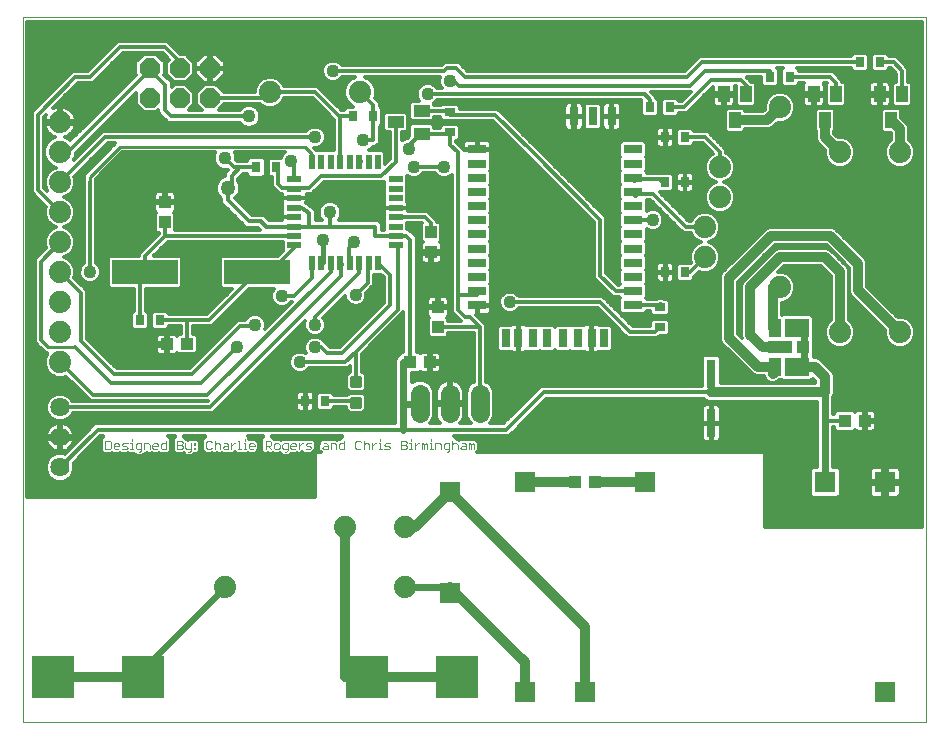
<source format=gtl>
G75*
%MOIN*%
%OFA0B0*%
%FSLAX24Y24*%
%IPPOS*%
%LPD*%
%AMOC8*
5,1,8,0,0,1.08239X$1,22.5*
%
%ADD10C,0.0000*%
%ADD11C,0.0020*%
%ADD12C,0.0500*%
%ADD13R,0.0433X0.0394*%
%ADD14R,0.0394X0.0433*%
%ADD15C,0.0740*%
%ADD16C,0.0118*%
%ADD17R,0.0551X0.0394*%
%ADD18R,0.0394X0.0551*%
%ADD19R,0.0370X0.0300*%
%ADD20R,0.0300X0.0370*%
%ADD21C,0.0640*%
%ADD22R,0.0712X0.0712*%
%ADD23OC8,0.0660*%
%ADD24R,0.1400X0.1400*%
%ADD25R,0.2200X0.0830*%
%ADD26R,0.0430X0.0590*%
%ADD27R,0.0790X0.0430*%
%ADD28R,0.0790X0.0590*%
%ADD29R,0.0430X0.0430*%
%ADD30C,0.0640*%
%ADD31R,0.0630X0.0315*%
%ADD32R,0.0315X0.0630*%
%ADD33R,0.0492X0.0197*%
%ADD34R,0.0197X0.0492*%
%ADD35R,0.0315X0.0945*%
%ADD36C,0.0240*%
%ADD37C,0.0120*%
%ADD38C,0.0436*%
%ADD39C,0.0320*%
%ADD40C,0.0100*%
%ADD41C,0.0160*%
D10*
X000910Y000150D02*
X000910Y023646D01*
X031030Y023646D01*
X031030Y000150D01*
X000910Y000150D01*
D11*
X003670Y009260D02*
X003810Y009260D01*
X003857Y009307D01*
X003857Y009494D01*
X003810Y009540D01*
X003670Y009540D01*
X003670Y009260D01*
X003946Y009307D02*
X003946Y009400D01*
X003993Y009447D01*
X004086Y009447D01*
X004133Y009400D01*
X004133Y009353D01*
X003946Y009353D01*
X003946Y009307D02*
X003993Y009260D01*
X004086Y009260D01*
X004222Y009260D02*
X004363Y009260D01*
X004409Y009307D01*
X004363Y009353D01*
X004269Y009353D01*
X004222Y009400D01*
X004269Y009447D01*
X004409Y009447D01*
X004499Y009447D02*
X004545Y009447D01*
X004545Y009260D01*
X004499Y009260D02*
X004592Y009260D01*
X004683Y009307D02*
X004730Y009260D01*
X004870Y009260D01*
X004870Y009213D02*
X004870Y009447D01*
X004730Y009447D01*
X004683Y009400D01*
X004683Y009307D01*
X004776Y009167D02*
X004823Y009167D01*
X004870Y009213D01*
X004959Y009260D02*
X004959Y009447D01*
X005099Y009447D01*
X005146Y009400D01*
X005146Y009260D01*
X005235Y009307D02*
X005235Y009400D01*
X005282Y009447D01*
X005375Y009447D01*
X005422Y009400D01*
X005422Y009353D01*
X005235Y009353D01*
X005235Y009307D02*
X005282Y009260D01*
X005375Y009260D01*
X005512Y009307D02*
X005512Y009400D01*
X005558Y009447D01*
X005698Y009447D01*
X005698Y009540D02*
X005698Y009260D01*
X005558Y009260D01*
X005512Y009307D01*
X006064Y009260D02*
X006204Y009260D01*
X006251Y009307D01*
X006251Y009353D01*
X006204Y009400D01*
X006064Y009400D01*
X006064Y009260D02*
X006064Y009540D01*
X006204Y009540D01*
X006251Y009494D01*
X006251Y009447D01*
X006204Y009400D01*
X006340Y009447D02*
X006340Y009307D01*
X006387Y009260D01*
X006527Y009260D01*
X006527Y009213D02*
X006480Y009167D01*
X006434Y009167D01*
X006527Y009213D02*
X006527Y009447D01*
X006617Y009447D02*
X006617Y009400D01*
X006663Y009400D01*
X006663Y009447D01*
X006617Y009447D01*
X006617Y009307D02*
X006617Y009260D01*
X006663Y009260D01*
X006663Y009307D01*
X006617Y009307D01*
X007031Y009307D02*
X007078Y009260D01*
X007171Y009260D01*
X007218Y009307D01*
X007307Y009260D02*
X007307Y009540D01*
X007218Y009494D02*
X007171Y009540D01*
X007078Y009540D01*
X007031Y009494D01*
X007031Y009307D01*
X007307Y009400D02*
X007354Y009447D01*
X007447Y009447D01*
X007494Y009400D01*
X007494Y009260D01*
X007583Y009307D02*
X007630Y009260D01*
X007770Y009260D01*
X007770Y009400D01*
X007723Y009447D01*
X007630Y009447D01*
X007630Y009353D02*
X007770Y009353D01*
X007860Y009353D02*
X007953Y009447D01*
X008000Y009447D01*
X008090Y009540D02*
X008136Y009540D01*
X008136Y009260D01*
X008090Y009260D02*
X008183Y009260D01*
X008274Y009260D02*
X008367Y009260D01*
X008321Y009260D02*
X008321Y009447D01*
X008274Y009447D01*
X008321Y009540D02*
X008321Y009587D01*
X008505Y009447D02*
X008598Y009447D01*
X008645Y009400D01*
X008645Y009353D01*
X008458Y009353D01*
X008458Y009307D02*
X008458Y009400D01*
X008505Y009447D01*
X008458Y009307D02*
X008505Y009260D01*
X008598Y009260D01*
X009011Y009260D02*
X009011Y009540D01*
X009151Y009540D01*
X009197Y009494D01*
X009197Y009400D01*
X009151Y009353D01*
X009011Y009353D01*
X009104Y009353D02*
X009197Y009260D01*
X009287Y009307D02*
X009333Y009260D01*
X009427Y009260D01*
X009474Y009307D01*
X009474Y009400D01*
X009427Y009447D01*
X009333Y009447D01*
X009287Y009400D01*
X009287Y009307D01*
X009563Y009307D02*
X009610Y009260D01*
X009750Y009260D01*
X009750Y009213D02*
X009750Y009447D01*
X009610Y009447D01*
X009563Y009400D01*
X009563Y009307D01*
X009656Y009167D02*
X009703Y009167D01*
X009750Y009213D01*
X009839Y009307D02*
X009886Y009260D01*
X009979Y009260D01*
X010026Y009353D02*
X009839Y009353D01*
X009839Y009307D02*
X009839Y009400D01*
X009886Y009447D01*
X009979Y009447D01*
X010026Y009400D01*
X010026Y009353D01*
X010115Y009353D02*
X010209Y009447D01*
X010256Y009447D01*
X010346Y009400D02*
X010392Y009447D01*
X010533Y009447D01*
X010486Y009353D02*
X010392Y009353D01*
X010346Y009400D01*
X010346Y009260D02*
X010486Y009260D01*
X010533Y009307D01*
X010486Y009353D01*
X010115Y009260D02*
X010115Y009447D01*
X010898Y009307D02*
X010945Y009260D01*
X011085Y009260D01*
X011085Y009400D01*
X011038Y009447D01*
X010945Y009447D01*
X010945Y009353D02*
X011085Y009353D01*
X011174Y009260D02*
X011174Y009447D01*
X011315Y009447D01*
X011361Y009400D01*
X011361Y009260D01*
X011451Y009307D02*
X011497Y009260D01*
X011637Y009260D01*
X011637Y009540D01*
X011637Y009447D02*
X011497Y009447D01*
X011451Y009400D01*
X011451Y009307D01*
X010945Y009353D02*
X010898Y009307D01*
X012003Y009307D02*
X012050Y009260D01*
X012143Y009260D01*
X012190Y009307D01*
X012279Y009260D02*
X012279Y009540D01*
X012190Y009494D02*
X012143Y009540D01*
X012050Y009540D01*
X012003Y009494D01*
X012003Y009307D01*
X012279Y009400D02*
X012326Y009447D01*
X012419Y009447D01*
X012466Y009400D01*
X012466Y009260D01*
X012556Y009260D02*
X012556Y009447D01*
X012649Y009447D02*
X012556Y009353D01*
X012649Y009447D02*
X012696Y009447D01*
X012786Y009447D02*
X012832Y009447D01*
X012832Y009260D01*
X012786Y009260D02*
X012879Y009260D01*
X012970Y009260D02*
X013110Y009260D01*
X013157Y009307D01*
X013110Y009353D01*
X013017Y009353D01*
X012970Y009400D01*
X013017Y009447D01*
X013157Y009447D01*
X012832Y009540D02*
X012832Y009587D01*
X013522Y009540D02*
X013522Y009260D01*
X013663Y009260D01*
X013709Y009307D01*
X013709Y009353D01*
X013663Y009400D01*
X013522Y009400D01*
X013522Y009540D02*
X013663Y009540D01*
X013709Y009494D01*
X013709Y009447D01*
X013663Y009400D01*
X013799Y009447D02*
X013845Y009447D01*
X013845Y009260D01*
X013799Y009260D02*
X013892Y009260D01*
X013983Y009260D02*
X013983Y009447D01*
X014076Y009447D02*
X014123Y009447D01*
X014076Y009447D02*
X013983Y009353D01*
X013845Y009540D02*
X013845Y009587D01*
X014213Y009447D02*
X014260Y009447D01*
X014306Y009400D01*
X014353Y009447D01*
X014400Y009400D01*
X014400Y009260D01*
X014489Y009260D02*
X014583Y009260D01*
X014536Y009260D02*
X014536Y009447D01*
X014489Y009447D01*
X014536Y009540D02*
X014536Y009587D01*
X014673Y009447D02*
X014813Y009447D01*
X014860Y009400D01*
X014860Y009260D01*
X014950Y009307D02*
X014996Y009260D01*
X015136Y009260D01*
X015136Y009213D02*
X015136Y009447D01*
X014996Y009447D01*
X014950Y009400D01*
X014950Y009307D01*
X015043Y009167D02*
X015090Y009167D01*
X015136Y009213D01*
X015226Y009260D02*
X015226Y009540D01*
X015273Y009447D02*
X015366Y009447D01*
X015413Y009400D01*
X015413Y009260D01*
X015502Y009307D02*
X015549Y009353D01*
X015689Y009353D01*
X015689Y009400D02*
X015689Y009260D01*
X015549Y009260D01*
X015502Y009307D01*
X015549Y009447D02*
X015642Y009447D01*
X015689Y009400D01*
X015778Y009447D02*
X015825Y009447D01*
X015872Y009400D01*
X015918Y009447D01*
X015965Y009400D01*
X015965Y009260D01*
X015872Y009260D02*
X015872Y009400D01*
X015778Y009447D02*
X015778Y009260D01*
X015273Y009447D02*
X015226Y009400D01*
X014673Y009447D02*
X014673Y009260D01*
X014306Y009260D02*
X014306Y009400D01*
X014213Y009447D02*
X014213Y009260D01*
X007860Y009260D02*
X007860Y009447D01*
X007630Y009353D02*
X007583Y009307D01*
X004545Y009540D02*
X004545Y009587D01*
D12*
X007760Y017950D03*
D13*
X006395Y012750D03*
X005725Y012750D03*
X013825Y012150D03*
X014495Y012150D03*
X019325Y008150D03*
X019995Y008150D03*
X028325Y010200D03*
X028995Y010200D03*
D14*
X014760Y013315D03*
X014760Y013985D03*
X014535Y015815D03*
X014535Y016485D03*
X005660Y016815D03*
X005660Y017485D03*
D15*
X002160Y017150D03*
X002160Y016150D03*
X002160Y015150D03*
X002160Y014150D03*
X002160Y013150D03*
X002160Y012150D03*
X002160Y018150D03*
X002160Y019150D03*
X002160Y020150D03*
X009160Y021150D03*
X012160Y021150D03*
X023660Y016650D03*
X023660Y015650D03*
X026160Y014650D03*
X028160Y013150D03*
X030160Y013150D03*
X024160Y017650D03*
X024160Y018650D03*
X026160Y020650D03*
X028160Y019150D03*
X030160Y019150D03*
X013660Y006650D03*
X011660Y006650D03*
X013660Y004650D03*
X007660Y004650D03*
D16*
X011897Y010943D02*
X012173Y010943D01*
X012173Y010667D01*
X011897Y010667D01*
X011897Y010943D01*
X011897Y010784D02*
X012173Y010784D01*
X012173Y010901D02*
X011897Y010901D01*
X011897Y011633D02*
X012173Y011633D01*
X012173Y011357D01*
X011897Y011357D01*
X011897Y011633D01*
X011897Y011474D02*
X012173Y011474D01*
X012173Y011591D02*
X011897Y011591D01*
D17*
X014218Y019776D03*
X013352Y020150D03*
X014218Y020524D03*
D18*
X024286Y021083D03*
X025034Y021083D03*
X024660Y020217D03*
X027286Y021083D03*
X028034Y021083D03*
X027660Y020217D03*
X029486Y021083D03*
X030234Y021083D03*
X029860Y020217D03*
D19*
X022160Y013980D03*
X022160Y013320D03*
X015160Y019820D03*
X015160Y020480D03*
D20*
X012590Y020350D03*
X011930Y020350D03*
X009365Y018650D03*
X008705Y018650D03*
X005490Y013550D03*
X004830Y013550D03*
X010330Y010850D03*
X010990Y010850D03*
X022330Y015150D03*
X022990Y015150D03*
X022990Y018150D03*
X022330Y018150D03*
X022330Y019650D03*
X022990Y019650D03*
X022490Y020650D03*
X021830Y020650D03*
X025830Y021650D03*
X026490Y021650D03*
X028830Y022150D03*
X029490Y022150D03*
D21*
X002160Y010650D03*
X002160Y009650D03*
X002160Y008650D03*
D22*
X015160Y007825D03*
X017660Y008150D03*
X021660Y008150D03*
X027660Y008150D03*
X029660Y008150D03*
X029660Y001150D03*
X019660Y001150D03*
X017660Y001150D03*
X015160Y004475D03*
D23*
X007160Y020950D03*
X006160Y020950D03*
X006160Y021950D03*
X007160Y021950D03*
X005160Y021950D03*
X005160Y020950D03*
D24*
X004925Y001650D03*
X001925Y001650D03*
X012390Y001650D03*
X015395Y001650D03*
D25*
X008730Y015150D03*
X004990Y015150D03*
D26*
X025980Y013300D03*
X025980Y012000D03*
D27*
X026160Y012650D03*
D28*
X026720Y013300D03*
X026720Y012000D03*
D29*
X026910Y012650D03*
D30*
X016160Y011095D02*
X016160Y010455D01*
X015160Y010455D02*
X015160Y011095D01*
X014160Y011095D02*
X014160Y010455D01*
D31*
X016062Y014052D03*
X016062Y014524D03*
X016062Y014996D03*
X016062Y015469D03*
X016062Y015941D03*
X016062Y016414D03*
X016062Y016886D03*
X016062Y017359D03*
X016062Y017831D03*
X016062Y018304D03*
X016062Y018776D03*
X016062Y019248D03*
X021258Y019248D03*
X021258Y018776D03*
X021258Y018304D03*
X021258Y017831D03*
X021258Y017359D03*
X021258Y016886D03*
X021258Y016414D03*
X021258Y015941D03*
X021258Y015469D03*
X021258Y014996D03*
X021258Y014524D03*
X021258Y014052D03*
D32*
X020283Y012949D03*
X019880Y012949D03*
X019408Y012949D03*
X018936Y012949D03*
X018384Y012949D03*
X017912Y012949D03*
X017440Y012949D03*
X017037Y012949D03*
X019290Y020351D03*
X019920Y020351D03*
X020550Y020351D03*
D33*
X013350Y018252D03*
X013350Y017937D03*
X013350Y017622D03*
X013350Y017307D03*
X013350Y016993D03*
X013350Y016678D03*
X013350Y016363D03*
X013350Y016048D03*
X009970Y016048D03*
X009970Y016363D03*
X009970Y016678D03*
X009970Y016993D03*
X009970Y017307D03*
X009970Y017622D03*
X009970Y017937D03*
X009970Y018252D03*
D34*
X010558Y018840D03*
X010873Y018840D03*
X011188Y018840D03*
X011503Y018840D03*
X011817Y018840D03*
X012132Y018840D03*
X012447Y018840D03*
X012762Y018840D03*
X012762Y015460D03*
X012447Y015460D03*
X012132Y015460D03*
X011817Y015460D03*
X011503Y015460D03*
X011188Y015460D03*
X010873Y015460D03*
X010558Y015460D03*
D35*
X023860Y011777D03*
X023860Y010123D03*
D36*
X023860Y011150D02*
X023860Y011777D01*
X025910Y013300D02*
X025980Y013300D01*
X026720Y013300D02*
X026720Y013250D01*
X026960Y013250D01*
X026960Y012190D01*
X026910Y012190D01*
X026910Y012150D01*
X026960Y012150D01*
X026960Y012650D01*
X026910Y012650D01*
X026910Y012190D02*
X026720Y012000D01*
X027660Y011150D02*
X027660Y010150D01*
X027660Y008150D01*
X026720Y013300D02*
X026720Y013340D01*
X022160Y013980D02*
X022160Y014052D01*
X021258Y014524D02*
X021258Y014525D01*
X021258Y014525D01*
X021257Y014525D01*
X021258Y016886D02*
X021272Y016900D01*
X021315Y017775D02*
X021258Y017831D01*
X021287Y018275D02*
X021278Y018276D01*
X021270Y018281D01*
X021264Y018287D01*
X021259Y018295D01*
X021258Y018304D01*
X022285Y018150D02*
X022330Y018150D01*
X014219Y019776D02*
X014205Y019787D01*
X014190Y019795D01*
X014173Y019799D01*
X014156Y019801D01*
X014139Y019799D01*
X014123Y019794D01*
X014108Y019786D01*
X014094Y019775D01*
X014094Y020525D02*
X014108Y020514D01*
X014123Y020506D01*
X014139Y020501D01*
X014156Y020499D01*
X014173Y020501D01*
X014190Y020505D01*
X014205Y020513D01*
X014219Y020524D01*
X013825Y012150D02*
X013601Y012150D01*
X013601Y010692D01*
X013601Y009900D01*
X013601Y010692D02*
X013660Y010775D01*
X014160Y010775D01*
X015160Y007825D02*
X015160Y007650D01*
X014985Y004650D02*
X013660Y004650D01*
X014985Y004650D02*
X015160Y004475D01*
X007660Y004650D02*
X004925Y001915D01*
X004925Y001650D01*
D37*
X001050Y007650D02*
X001050Y023506D01*
X030890Y023506D01*
X030890Y006650D01*
X025660Y006650D01*
X025660Y009150D01*
X016067Y009150D01*
X016115Y009198D01*
X016115Y009462D01*
X016027Y009550D01*
X015981Y009597D01*
X015716Y009597D01*
X015710Y009591D01*
X015704Y009597D01*
X015487Y009597D01*
X015457Y009568D01*
X015428Y009597D01*
X015376Y009597D01*
X015376Y009602D01*
X015298Y009680D01*
X017119Y009680D01*
X017248Y009809D01*
X018369Y010930D01*
X023627Y010930D01*
X023679Y010879D01*
X023796Y010830D01*
X027380Y010830D01*
X027380Y008666D01*
X027238Y008666D01*
X027144Y008572D01*
X027144Y007728D01*
X027238Y007634D01*
X028082Y007634D01*
X028176Y007728D01*
X028176Y008572D01*
X028082Y008666D01*
X027940Y008666D01*
X027940Y009980D01*
X027949Y009980D01*
X027949Y009937D01*
X028043Y009843D01*
X028608Y009843D01*
X028660Y009895D01*
X028680Y009875D01*
X028716Y009854D01*
X028757Y009843D01*
X028956Y009843D01*
X028956Y010162D01*
X029033Y010162D01*
X029033Y010238D01*
X029371Y010238D01*
X029371Y010418D01*
X029360Y010459D01*
X029339Y010495D01*
X029309Y010525D01*
X029273Y010546D01*
X029232Y010557D01*
X029033Y010557D01*
X029033Y010238D01*
X028956Y010238D01*
X028956Y010557D01*
X028757Y010557D01*
X028716Y010546D01*
X028680Y010525D01*
X028660Y010505D01*
X028608Y010557D01*
X028043Y010557D01*
X027949Y010463D01*
X027949Y010420D01*
X027940Y010420D01*
X027940Y010990D01*
X027980Y011086D01*
X027980Y011714D01*
X027931Y011831D01*
X027581Y012181D01*
X027491Y012271D01*
X027374Y012320D01*
X027275Y012320D01*
X027275Y012359D01*
X027285Y012369D01*
X027285Y012931D01*
X027275Y012941D01*
X027275Y013661D01*
X027181Y013755D01*
X026259Y013755D01*
X026239Y013735D01*
X026210Y013735D01*
X026210Y014140D01*
X026261Y014140D01*
X026449Y014218D01*
X026592Y014361D01*
X026670Y014549D01*
X026670Y014751D01*
X026592Y014939D01*
X026449Y015082D01*
X026261Y015160D01*
X026094Y015160D01*
X026284Y015350D01*
X027536Y015350D01*
X027860Y015026D01*
X027860Y013571D01*
X027728Y013439D01*
X027650Y013251D01*
X027650Y013049D01*
X027728Y012861D01*
X027871Y012718D01*
X028059Y012640D01*
X028261Y012640D01*
X028449Y012718D01*
X028592Y012861D01*
X028670Y013049D01*
X028670Y013251D01*
X028592Y013439D01*
X028460Y013571D01*
X028460Y015210D01*
X028414Y015320D01*
X027914Y015820D01*
X027830Y015904D01*
X027720Y015950D01*
X026100Y015950D01*
X025990Y015904D01*
X024990Y014904D01*
X024906Y014820D01*
X024860Y014710D01*
X024860Y013015D01*
X024885Y012955D01*
X024760Y013080D01*
X024760Y014836D01*
X025974Y016050D01*
X027714Y016050D01*
X028460Y015304D01*
X028460Y014490D01*
X028506Y014380D01*
X028590Y014296D01*
X029650Y013236D01*
X029650Y013049D01*
X029728Y012861D01*
X029871Y012718D01*
X030059Y012640D01*
X030261Y012640D01*
X030449Y012718D01*
X030592Y012861D01*
X030670Y013049D01*
X030670Y013251D01*
X030592Y013439D01*
X030449Y013582D01*
X030261Y013660D01*
X030074Y013660D01*
X029060Y014674D01*
X029060Y015488D01*
X029014Y015598D01*
X028092Y016520D01*
X028008Y016604D01*
X027898Y016650D01*
X025790Y016650D01*
X025679Y016604D01*
X024290Y015215D01*
X024206Y015131D01*
X024160Y015020D01*
X024160Y012896D01*
X024206Y012785D01*
X025245Y011746D01*
X025356Y011700D01*
X025616Y011700D01*
X025625Y011679D01*
X025625Y011647D01*
X025648Y011624D01*
X025656Y011605D01*
X025740Y011521D01*
X025850Y011475D01*
X025970Y011475D01*
X026080Y011521D01*
X026124Y011565D01*
X026239Y011565D01*
X026259Y011545D01*
X027181Y011545D01*
X027247Y011611D01*
X027340Y011517D01*
X027340Y011470D01*
X024177Y011470D01*
X024177Y012315D01*
X024084Y012409D01*
X023636Y012409D01*
X023543Y012315D01*
X023543Y011370D01*
X018187Y011370D01*
X016937Y010120D01*
X016476Y010120D01*
X016550Y010194D01*
X016620Y010363D01*
X016620Y011186D01*
X016550Y011356D01*
X016421Y011485D01*
X016360Y011510D01*
X016360Y013398D01*
X016024Y013734D01*
X016043Y013734D01*
X016043Y014033D01*
X016080Y014033D01*
X016080Y013734D01*
X016398Y013734D01*
X016438Y013745D01*
X016475Y013766D01*
X016505Y013796D01*
X016526Y013832D01*
X016537Y013873D01*
X016537Y014033D01*
X016080Y014033D01*
X016080Y014070D01*
X016537Y014070D01*
X016537Y014230D01*
X016526Y014271D01*
X016508Y014301D01*
X016517Y014309D01*
X016517Y014739D01*
X016496Y014760D01*
X016517Y014781D01*
X016517Y015212D01*
X016496Y015233D01*
X016517Y015253D01*
X016517Y015684D01*
X016496Y015705D01*
X016517Y015726D01*
X016517Y016157D01*
X016496Y016178D01*
X016517Y016198D01*
X016517Y016629D01*
X016496Y016650D01*
X016517Y016671D01*
X016517Y017102D01*
X016496Y017122D01*
X016517Y017143D01*
X016517Y017574D01*
X016496Y017595D01*
X016517Y017616D01*
X016517Y018047D01*
X016496Y018067D01*
X016517Y018088D01*
X016517Y018519D01*
X016496Y018540D01*
X016517Y018561D01*
X016517Y018991D01*
X016508Y018999D01*
X016526Y019029D01*
X016537Y019070D01*
X016537Y019230D01*
X016080Y019230D01*
X016080Y019267D01*
X016043Y019267D01*
X016043Y019230D01*
X015610Y019230D01*
X015610Y019233D01*
X015493Y019350D01*
X015360Y019483D01*
X015360Y019530D01*
X015403Y019530D01*
X015485Y019612D01*
X015485Y020028D01*
X015403Y020110D01*
X014917Y020110D01*
X014835Y020028D01*
X014835Y019976D01*
X014634Y019976D01*
X014634Y020031D01*
X014552Y020113D01*
X013884Y020113D01*
X013802Y020031D01*
X013802Y019681D01*
X013755Y019633D01*
X013714Y019633D01*
X013582Y019579D01*
X013552Y019548D01*
X013552Y019813D01*
X013686Y019813D01*
X013768Y019895D01*
X013768Y020405D01*
X013686Y020487D01*
X013018Y020487D01*
X012936Y020405D01*
X012936Y019895D01*
X013018Y019813D01*
X013152Y019813D01*
X013152Y018925D01*
X013001Y018774D01*
X013001Y019144D01*
X012919Y019226D01*
X012606Y019226D01*
X012605Y019225D01*
X012604Y019226D01*
X012466Y019226D01*
X012474Y019229D01*
X012575Y019330D01*
X012681Y019330D01*
X012810Y019459D01*
X012810Y020009D01*
X012900Y020099D01*
X012900Y020601D01*
X012810Y020691D01*
X013802Y020691D01*
X013802Y020779D02*
X013802Y020269D01*
X013884Y020187D01*
X014552Y020187D01*
X014634Y020269D01*
X014634Y020325D01*
X014835Y020325D01*
X014835Y020272D01*
X014917Y020190D01*
X015403Y020190D01*
X015413Y020200D01*
X016577Y020200D01*
X017827Y018950D01*
X019960Y016817D01*
X019960Y014957D01*
X020077Y014840D01*
X020593Y014324D01*
X020803Y014324D01*
X020803Y014309D01*
X020824Y014288D01*
X020803Y014267D01*
X020803Y013836D01*
X020885Y013754D01*
X021631Y013754D01*
X021713Y013836D01*
X021713Y013852D01*
X021835Y013852D01*
X021835Y013772D01*
X021917Y013690D01*
X022403Y013690D01*
X022485Y013772D01*
X022485Y014188D01*
X022403Y014270D01*
X022309Y014270D01*
X022307Y014272D01*
X022212Y014312D01*
X022108Y014312D01*
X022013Y014272D01*
X022011Y014270D01*
X021917Y014270D01*
X021899Y014252D01*
X021713Y014252D01*
X021713Y014267D01*
X021693Y014288D01*
X021713Y014309D01*
X021713Y014739D01*
X021693Y014760D01*
X021713Y014781D01*
X021713Y015212D01*
X021693Y015233D01*
X021713Y015253D01*
X021713Y015684D01*
X021693Y015705D01*
X021713Y015726D01*
X021713Y016157D01*
X021693Y016178D01*
X021713Y016198D01*
X021713Y016594D01*
X021839Y016542D01*
X021981Y016542D01*
X022113Y016596D01*
X022214Y016697D01*
X022268Y016829D01*
X022268Y016971D01*
X022214Y017103D01*
X022113Y017204D01*
X021981Y017258D01*
X021839Y017258D01*
X021713Y017206D01*
X021713Y017574D01*
X021713Y017575D01*
X021827Y017575D01*
X022835Y016567D01*
X022952Y016450D01*
X023191Y016450D01*
X023228Y016361D01*
X023371Y016218D01*
X023534Y016150D01*
X023371Y016082D01*
X023228Y015939D01*
X023150Y015751D01*
X023150Y015549D01*
X023180Y015475D01*
X022782Y015475D01*
X022700Y015393D01*
X022700Y014907D01*
X022782Y014825D01*
X023198Y014825D01*
X023280Y014907D01*
X023280Y014987D01*
X023470Y015177D01*
X023559Y015140D01*
X023761Y015140D01*
X023949Y015218D01*
X024092Y015361D01*
X024170Y015549D01*
X024170Y015751D01*
X024092Y015939D01*
X023949Y016082D01*
X023786Y016150D01*
X023949Y016218D01*
X024092Y016361D01*
X024170Y016549D01*
X024170Y016751D01*
X024092Y016939D01*
X023949Y017082D01*
X023761Y017160D01*
X023559Y017160D01*
X023371Y017082D01*
X023228Y016939D01*
X023191Y016850D01*
X023118Y016850D01*
X022143Y017825D01*
X022538Y017825D01*
X022620Y017907D01*
X022620Y018393D01*
X022538Y018475D01*
X021713Y018475D01*
X021713Y018519D01*
X021693Y018540D01*
X021713Y018561D01*
X021713Y018991D01*
X021693Y019012D01*
X021713Y019033D01*
X021713Y019464D01*
X021631Y019546D01*
X020885Y019546D01*
X020803Y019464D01*
X020803Y019033D01*
X020824Y019012D01*
X020803Y018991D01*
X020803Y018561D01*
X020824Y018540D01*
X020803Y018519D01*
X020803Y018088D01*
X020824Y018067D01*
X020803Y018047D01*
X020803Y017616D01*
X020824Y017595D01*
X020803Y017574D01*
X020803Y017143D01*
X020824Y017122D01*
X020803Y017102D01*
X020803Y016671D01*
X020824Y016650D01*
X020803Y016629D01*
X020803Y016198D01*
X020824Y016178D01*
X020803Y016157D01*
X020803Y015726D01*
X020824Y015705D01*
X020803Y015684D01*
X020803Y015253D01*
X020824Y015233D01*
X020803Y015212D01*
X020803Y014781D01*
X020824Y014760D01*
X020803Y014739D01*
X020803Y014724D01*
X020758Y014724D01*
X020360Y015122D01*
X020360Y016983D01*
X018110Y019233D01*
X016860Y020483D01*
X016743Y020600D01*
X015485Y020600D01*
X015485Y020688D01*
X015403Y020770D01*
X014917Y020770D01*
X014872Y020725D01*
X014634Y020725D01*
X014634Y020779D01*
X014621Y020792D01*
X014714Y020885D01*
X014715Y020888D01*
X021540Y020888D01*
X021540Y020407D01*
X021622Y020325D01*
X022038Y020325D01*
X022120Y020407D01*
X022120Y020893D01*
X022038Y020975D01*
X022030Y020975D01*
X022030Y020989D01*
X021913Y021106D01*
X021869Y021150D01*
X023177Y021150D01*
X022877Y020850D01*
X022780Y020850D01*
X022780Y020893D01*
X022698Y020975D01*
X022282Y020975D01*
X022200Y020893D01*
X022200Y020407D01*
X022282Y020325D01*
X022698Y020325D01*
X022780Y020407D01*
X022780Y020450D01*
X023043Y020450D01*
X023929Y021336D01*
X023929Y021121D01*
X024248Y021121D01*
X024248Y021045D01*
X024324Y021045D01*
X024324Y020647D01*
X024504Y020647D01*
X024545Y020658D01*
X024581Y020679D01*
X024611Y020709D01*
X024632Y020746D01*
X024643Y020786D01*
X024643Y021045D01*
X024324Y021045D01*
X024324Y021121D01*
X024643Y021121D01*
X024643Y021350D01*
X024697Y021350D01*
X024697Y020749D01*
X024779Y020667D01*
X025289Y020667D01*
X025371Y020749D01*
X025371Y021417D01*
X025289Y021499D01*
X025194Y021499D01*
X025143Y021550D01*
X025043Y021650D01*
X025540Y021650D01*
X025540Y021407D01*
X025622Y021325D01*
X026038Y021325D01*
X026120Y021407D01*
X026120Y021893D01*
X026063Y021950D01*
X026257Y021950D01*
X026200Y021893D01*
X026200Y021407D01*
X026282Y021325D01*
X026698Y021325D01*
X026780Y021407D01*
X026780Y021450D01*
X026957Y021450D01*
X026940Y021420D01*
X026929Y021380D01*
X026929Y021121D01*
X027248Y021121D01*
X027248Y021045D01*
X027324Y021045D01*
X027324Y020647D01*
X027504Y020647D01*
X027545Y020658D01*
X027581Y020679D01*
X027611Y020709D01*
X027632Y020746D01*
X027643Y020786D01*
X027643Y021045D01*
X027324Y021045D01*
X027324Y021121D01*
X027643Y021121D01*
X027643Y021380D01*
X027632Y021420D01*
X027615Y021450D01*
X027731Y021450D01*
X027697Y021417D01*
X027697Y020749D01*
X027779Y020667D01*
X028289Y020667D01*
X028371Y020749D01*
X028371Y021417D01*
X028289Y021499D01*
X028234Y021499D01*
X028234Y021532D01*
X028117Y021649D01*
X027916Y021850D01*
X026780Y021850D01*
X026780Y021893D01*
X026723Y021950D01*
X028540Y021950D01*
X028540Y021907D01*
X028622Y021825D01*
X029038Y021825D01*
X029120Y021907D01*
X029120Y022393D01*
X029038Y022475D01*
X028622Y022475D01*
X028540Y022393D01*
X028540Y022350D01*
X023477Y022350D01*
X023360Y022233D01*
X022977Y021850D01*
X015743Y021850D01*
X015443Y022150D01*
X014977Y022150D01*
X014877Y022050D01*
X011565Y022050D01*
X011564Y022053D01*
X011463Y022154D01*
X011331Y022208D01*
X011189Y022208D01*
X011057Y022154D01*
X010956Y022053D01*
X010902Y021921D01*
X010902Y021779D01*
X010956Y021647D01*
X011057Y021546D01*
X011189Y021492D01*
X011331Y021492D01*
X011463Y021546D01*
X011564Y021647D01*
X011565Y021650D01*
X011982Y021650D01*
X011860Y021599D01*
X011711Y021450D01*
X011630Y021255D01*
X011630Y021045D01*
X011711Y020850D01*
X011860Y020701D01*
X011922Y020675D01*
X011722Y020675D01*
X011640Y020593D01*
X011640Y020550D01*
X011543Y020550D01*
X010860Y021233D01*
X010743Y021350D01*
X009629Y021350D01*
X009592Y021439D01*
X009449Y021582D01*
X009261Y021660D01*
X009059Y021660D01*
X008871Y021582D01*
X008728Y021439D01*
X008650Y021251D01*
X008650Y021150D01*
X007625Y021150D01*
X007355Y021420D01*
X006965Y021420D01*
X006690Y021145D01*
X006690Y020755D01*
X006875Y020570D01*
X006445Y020570D01*
X006630Y020755D01*
X006630Y021145D01*
X006355Y021420D01*
X005965Y021420D01*
X005880Y021335D01*
X005880Y021491D01*
X005751Y021620D01*
X005637Y021734D01*
X005650Y021747D01*
X005650Y022153D01*
X005363Y022440D01*
X004957Y022440D01*
X004670Y022153D01*
X004670Y021747D01*
X004683Y021734D01*
X002504Y019555D01*
X002460Y019599D01*
X002337Y019650D01*
X002363Y019659D01*
X002438Y019697D01*
X002505Y019746D01*
X002564Y019805D01*
X002613Y019872D01*
X002651Y019947D01*
X002677Y020026D01*
X002690Y020108D01*
X002690Y020110D01*
X002200Y020110D01*
X002200Y020190D01*
X002120Y020190D01*
X002120Y020680D01*
X002118Y020680D01*
X002036Y020667D01*
X001957Y020641D01*
X001911Y020618D01*
X002743Y021450D01*
X003243Y021450D01*
X003360Y021567D01*
X004243Y022450D01*
X005577Y022450D01*
X005786Y022241D01*
X005690Y022145D01*
X005690Y021755D01*
X005965Y021480D01*
X006355Y021480D01*
X006630Y021755D01*
X006630Y022145D01*
X006355Y022420D01*
X006173Y022420D01*
X005860Y022733D01*
X005743Y022850D01*
X004077Y022850D01*
X003960Y022733D01*
X003960Y022733D01*
X003077Y021850D01*
X002577Y021850D01*
X002460Y021733D01*
X002460Y021733D01*
X001210Y020483D01*
X001210Y017817D01*
X001327Y017700D01*
X001327Y017700D01*
X001687Y017340D01*
X001650Y017251D01*
X001650Y017049D01*
X001728Y016861D01*
X001871Y016718D01*
X002034Y016650D01*
X001871Y016582D01*
X001728Y016439D01*
X001650Y016251D01*
X001650Y016049D01*
X001687Y015960D01*
X001310Y015583D01*
X001310Y012817D01*
X001427Y012700D01*
X001677Y012450D01*
X001739Y012450D01*
X001728Y012439D01*
X001650Y012251D01*
X001650Y012049D01*
X001728Y011861D01*
X001871Y011718D01*
X002059Y011640D01*
X002261Y011640D01*
X002350Y011677D01*
X003177Y010850D01*
X007077Y010850D01*
X002575Y010850D01*
X002550Y010911D01*
X002421Y011040D01*
X002251Y011110D01*
X002068Y011110D01*
X001899Y011040D01*
X001770Y010911D01*
X001700Y010741D01*
X001700Y010558D01*
X001770Y010389D01*
X001899Y010260D01*
X002068Y010190D01*
X002251Y010190D01*
X002421Y010260D01*
X002550Y010389D01*
X002575Y010450D01*
X007243Y010450D01*
X007360Y010567D01*
X010329Y013536D01*
X010302Y013471D01*
X010302Y013329D01*
X010356Y013197D01*
X010457Y013096D01*
X010589Y013042D01*
X010731Y013042D01*
X010863Y013096D01*
X010964Y013197D01*
X011018Y013329D01*
X011018Y013471D01*
X010964Y013603D01*
X010930Y013637D01*
X011652Y014359D01*
X011652Y014329D01*
X011706Y014197D01*
X011807Y014096D01*
X011939Y014042D01*
X012081Y014042D01*
X012213Y014096D01*
X012314Y014197D01*
X012368Y014329D01*
X012368Y014471D01*
X012367Y014474D01*
X012493Y014600D01*
X012610Y014717D01*
X012610Y015074D01*
X012866Y015074D01*
X012960Y014980D01*
X012960Y014133D01*
X011477Y012650D01*
X011143Y012650D01*
X010980Y012813D01*
X010964Y012853D01*
X010863Y012954D01*
X010731Y013008D01*
X010589Y013008D01*
X010457Y012954D01*
X010356Y012853D01*
X010302Y012721D01*
X010302Y012579D01*
X010352Y012458D01*
X010231Y012508D01*
X010089Y012508D01*
X009957Y012454D01*
X009856Y012353D01*
X009802Y012221D01*
X009802Y012079D01*
X009856Y011947D01*
X009957Y011846D01*
X010089Y011792D01*
X010231Y011792D01*
X010363Y011846D01*
X010464Y011947D01*
X010465Y011950D01*
X011743Y011950D01*
X011810Y012017D01*
X011810Y011827D01*
X011698Y011716D01*
X011698Y011275D01*
X011815Y011158D01*
X012255Y011158D01*
X012372Y011275D01*
X012372Y011716D01*
X012255Y011832D01*
X012210Y011832D01*
X012210Y012417D01*
X013605Y013813D01*
X013605Y012507D01*
X013543Y012507D01*
X013449Y012413D01*
X013449Y012390D01*
X013443Y012387D01*
X013364Y012309D01*
X013321Y012206D01*
X013321Y010723D01*
X013316Y010699D01*
X013321Y010668D01*
X013321Y010120D01*
X003319Y010120D01*
X002307Y009109D01*
X002255Y009130D01*
X002065Y009130D01*
X001888Y009057D01*
X001753Y008922D01*
X001680Y008745D01*
X001680Y008555D01*
X001753Y008378D01*
X001888Y008243D01*
X002065Y008170D01*
X002255Y008170D01*
X002432Y008243D01*
X002567Y008378D01*
X002640Y008555D01*
X002640Y008745D01*
X002619Y008797D01*
X003501Y009680D01*
X003598Y009680D01*
X003520Y009602D01*
X003520Y009198D01*
X003608Y009110D01*
X003872Y009110D01*
X003902Y009139D01*
X003931Y009110D01*
X004148Y009110D01*
X004154Y009116D01*
X004160Y009110D01*
X004425Y009110D01*
X004431Y009116D01*
X004437Y009110D01*
X004626Y009110D01*
X004626Y009104D01*
X004714Y009017D01*
X004885Y009017D01*
X004932Y009063D01*
X004979Y009110D01*
X005021Y009110D01*
X005053Y009141D01*
X005084Y009110D01*
X005208Y009110D01*
X005214Y009116D01*
X005220Y009110D01*
X005438Y009110D01*
X005467Y009139D01*
X005496Y009110D01*
X005761Y009110D01*
X005848Y009198D01*
X005848Y009602D01*
X005771Y009680D01*
X005992Y009680D01*
X005914Y009602D01*
X005914Y009198D01*
X006002Y009110D01*
X006266Y009110D01*
X006284Y009127D01*
X006284Y009104D01*
X006372Y009017D01*
X006543Y009017D01*
X006630Y009104D01*
X006636Y009110D01*
X006725Y009110D01*
X006813Y009198D01*
X006813Y009509D01*
X006725Y009597D01*
X006465Y009597D01*
X006434Y009566D01*
X006402Y009597D01*
X006360Y009597D01*
X006313Y009644D01*
X006277Y009680D01*
X007005Y009680D01*
X006969Y009644D01*
X006881Y009556D01*
X006881Y009245D01*
X006928Y009198D01*
X007015Y009110D01*
X007233Y009110D01*
X007239Y009116D01*
X007245Y009110D01*
X007369Y009110D01*
X007401Y009141D01*
X007432Y009110D01*
X007556Y009110D01*
X007562Y009116D01*
X007568Y009110D01*
X007922Y009110D01*
X007975Y009163D01*
X008028Y009110D01*
X008429Y009110D01*
X008436Y009117D01*
X008443Y009110D01*
X008660Y009110D01*
X008748Y009198D01*
X008748Y009245D01*
X008795Y009291D01*
X008795Y009462D01*
X008707Y009550D01*
X008660Y009597D01*
X008471Y009597D01*
X008471Y009649D01*
X008440Y009680D01*
X008938Y009680D01*
X008861Y009602D01*
X008861Y009198D01*
X008948Y009110D01*
X009073Y009110D01*
X009104Y009141D01*
X009135Y009110D01*
X009260Y009110D01*
X009265Y009116D01*
X009271Y009110D01*
X009489Y009110D01*
X009506Y009127D01*
X009506Y009104D01*
X009594Y009017D01*
X009765Y009017D01*
X009812Y009063D01*
X009859Y009110D01*
X010042Y009110D01*
X010047Y009116D01*
X010053Y009110D01*
X010178Y009110D01*
X010231Y009163D01*
X010284Y009110D01*
X010548Y009110D01*
X010595Y009157D01*
X010683Y009245D01*
X010683Y009369D01*
X010675Y009377D01*
X010683Y009385D01*
X010683Y009509D01*
X010595Y009597D01*
X010330Y009597D01*
X010324Y009591D01*
X010318Y009597D01*
X010053Y009597D01*
X010047Y009591D01*
X010042Y009597D01*
X009824Y009597D01*
X009818Y009591D01*
X009812Y009597D01*
X009548Y009597D01*
X009518Y009568D01*
X009489Y009597D01*
X009306Y009597D01*
X009260Y009644D01*
X009223Y009680D01*
X011565Y009680D01*
X011487Y009602D01*
X011487Y009597D01*
X011435Y009597D01*
X011406Y009568D01*
X011377Y009597D01*
X011112Y009597D01*
X011106Y009591D01*
X011100Y009597D01*
X010883Y009597D01*
X010795Y009509D01*
X010795Y009416D01*
X010748Y009369D01*
X010748Y009245D01*
X010836Y009157D01*
X010843Y009150D01*
X010660Y009150D01*
X010660Y007650D01*
X001050Y007650D01*
X001050Y007656D02*
X010660Y007656D01*
X010660Y007775D02*
X001050Y007775D01*
X001050Y007893D02*
X010660Y007893D01*
X010660Y008012D02*
X001050Y008012D01*
X001050Y008130D02*
X010660Y008130D01*
X010660Y008249D02*
X002437Y008249D01*
X002556Y008367D02*
X010660Y008367D01*
X010660Y008486D02*
X002611Y008486D01*
X002640Y008604D02*
X010660Y008604D01*
X010660Y008723D02*
X002640Y008723D01*
X002662Y008841D02*
X010660Y008841D01*
X010660Y008960D02*
X002781Y008960D01*
X002899Y009078D02*
X004653Y009078D01*
X004947Y009078D02*
X006310Y009078D01*
X006604Y009078D02*
X009533Y009078D01*
X009827Y009078D02*
X010660Y009078D01*
X010634Y009197D02*
X010796Y009197D01*
X010748Y009315D02*
X010683Y009315D01*
X010683Y009434D02*
X010795Y009434D01*
X010838Y009552D02*
X010639Y009552D01*
X011556Y009671D02*
X009233Y009671D01*
X008929Y009671D02*
X008449Y009671D01*
X008705Y009552D02*
X008861Y009552D01*
X008861Y009434D02*
X008795Y009434D01*
X008795Y009315D02*
X008861Y009315D01*
X008862Y009197D02*
X008747Y009197D01*
X010082Y010537D02*
X010118Y010516D01*
X010159Y010505D01*
X010315Y010505D01*
X010315Y010835D01*
X010345Y010835D01*
X010345Y010865D01*
X010640Y010865D01*
X010640Y011056D01*
X010629Y011097D01*
X010608Y011133D01*
X010578Y011163D01*
X010542Y011184D01*
X010501Y011195D01*
X010345Y011195D01*
X010345Y010865D01*
X010315Y010865D01*
X010315Y011195D01*
X010159Y011195D01*
X010118Y011184D01*
X010082Y011163D01*
X010052Y011133D01*
X010031Y011097D01*
X010020Y011056D01*
X010020Y010865D01*
X010315Y010865D01*
X010315Y010835D01*
X010020Y010835D01*
X010020Y010644D01*
X010031Y010603D01*
X010052Y010567D01*
X010082Y010537D01*
X010027Y010619D02*
X007411Y010619D01*
X007530Y010737D02*
X010020Y010737D01*
X010020Y010974D02*
X007767Y010974D01*
X007885Y011093D02*
X010030Y011093D01*
X010315Y011093D02*
X010345Y011093D01*
X010345Y010974D02*
X010315Y010974D01*
X010315Y010856D02*
X007648Y010856D01*
X008004Y011211D02*
X011762Y011211D01*
X011815Y011142D02*
X011723Y011050D01*
X011280Y011050D01*
X011280Y011093D01*
X011198Y011175D01*
X010782Y011175D01*
X010700Y011093D01*
X010700Y010607D01*
X010782Y010525D01*
X011198Y010525D01*
X011280Y010607D01*
X011280Y010650D01*
X011698Y010650D01*
X011698Y010584D01*
X011815Y010468D01*
X012255Y010468D01*
X012372Y010584D01*
X012372Y011025D01*
X012255Y011142D01*
X011815Y011142D01*
X011766Y011093D02*
X011280Y011093D01*
X010990Y010850D02*
X011990Y010850D01*
X012035Y010805D01*
X012035Y010820D01*
X012372Y010856D02*
X013321Y010856D01*
X013321Y010974D02*
X012372Y010974D01*
X012304Y011093D02*
X013321Y011093D01*
X013321Y011211D02*
X012308Y011211D01*
X012372Y011330D02*
X013321Y011330D01*
X013321Y011448D02*
X012372Y011448D01*
X012372Y011567D02*
X013321Y011567D01*
X013321Y011685D02*
X012372Y011685D01*
X012284Y011804D02*
X013321Y011804D01*
X013321Y011922D02*
X012210Y011922D01*
X012210Y012041D02*
X013321Y012041D01*
X013321Y012159D02*
X012210Y012159D01*
X012210Y012278D02*
X013351Y012278D01*
X013449Y012396D02*
X012210Y012396D01*
X012307Y012515D02*
X013605Y012515D01*
X013605Y012633D02*
X012426Y012633D01*
X012544Y012752D02*
X013605Y012752D01*
X013605Y012870D02*
X012663Y012870D01*
X012781Y012989D02*
X013605Y012989D01*
X013605Y013107D02*
X012900Y013107D01*
X013018Y013226D02*
X013605Y013226D01*
X013605Y013344D02*
X013137Y013344D01*
X013255Y013463D02*
X013605Y013463D01*
X013605Y013581D02*
X013374Y013581D01*
X013492Y013700D02*
X013605Y013700D01*
X013410Y013900D02*
X012010Y012500D01*
X012010Y011495D01*
X012035Y011495D01*
X011698Y011448D02*
X008241Y011448D01*
X008359Y011567D02*
X011698Y011567D01*
X011698Y011685D02*
X008478Y011685D01*
X008596Y011804D02*
X010061Y011804D01*
X010259Y011804D02*
X011786Y011804D01*
X011810Y011922D02*
X010438Y011922D01*
X010160Y012150D02*
X011660Y012150D01*
X012010Y012500D01*
X011697Y012870D02*
X010946Y012870D01*
X011041Y012752D02*
X011579Y012752D01*
X011560Y012450D02*
X011060Y012450D01*
X010860Y012650D01*
X010660Y012650D01*
X010328Y012515D02*
X009307Y012515D01*
X009426Y012633D02*
X010302Y012633D01*
X010314Y012752D02*
X009544Y012752D01*
X009663Y012870D02*
X010374Y012870D01*
X010541Y012989D02*
X009781Y012989D01*
X009900Y013107D02*
X010447Y013107D01*
X010345Y013226D02*
X010018Y013226D01*
X010137Y013344D02*
X010302Y013344D01*
X010302Y013463D02*
X010255Y013463D01*
X010660Y013400D02*
X010660Y013650D01*
X012132Y015122D01*
X012132Y015460D01*
X012410Y015423D02*
X012447Y015460D01*
X012410Y015423D02*
X012410Y014800D01*
X012010Y014400D01*
X012368Y014411D02*
X012960Y014411D01*
X012960Y014529D02*
X012422Y014529D01*
X012540Y014648D02*
X012960Y014648D01*
X012960Y014766D02*
X012610Y014766D01*
X012610Y014885D02*
X012960Y014885D01*
X012936Y015003D02*
X012610Y015003D01*
X012762Y015460D02*
X013160Y015062D01*
X013160Y014050D01*
X011560Y012450D01*
X011816Y012989D02*
X010779Y012989D01*
X010873Y013107D02*
X011934Y013107D01*
X012053Y013226D02*
X010975Y013226D01*
X011018Y013344D02*
X012171Y013344D01*
X012290Y013463D02*
X011018Y013463D01*
X010973Y013581D02*
X012408Y013581D01*
X012527Y013700D02*
X010992Y013700D01*
X011111Y013818D02*
X012645Y013818D01*
X012764Y013937D02*
X011229Y013937D01*
X011348Y014055D02*
X011907Y014055D01*
X012113Y014055D02*
X012882Y014055D01*
X012960Y014174D02*
X012290Y014174D01*
X012353Y014292D02*
X012960Y014292D01*
X013410Y013900D02*
X013410Y016048D01*
X013350Y016048D01*
X013350Y016350D02*
X013350Y016363D01*
X013695Y016363D01*
X013825Y016232D01*
X013825Y012150D01*
X014045Y012507D02*
X014045Y016324D01*
X013916Y016452D01*
X013786Y016583D01*
X013736Y016583D01*
X013736Y016793D01*
X014231Y016793D01*
X014198Y016759D01*
X014198Y016210D01*
X014245Y016163D01*
X014240Y016160D01*
X014210Y016130D01*
X014189Y016094D01*
X014178Y016053D01*
X014178Y015854D01*
X014497Y015854D01*
X014497Y015777D01*
X014573Y015777D01*
X014573Y015439D01*
X014753Y015439D01*
X014794Y015450D01*
X014830Y015471D01*
X014860Y015501D01*
X014881Y015537D01*
X014892Y015578D01*
X014892Y015777D01*
X014573Y015777D01*
X014573Y015854D01*
X014892Y015854D01*
X014892Y016053D01*
X014881Y016094D01*
X014860Y016130D01*
X014830Y016160D01*
X014825Y016163D01*
X014872Y016210D01*
X014872Y016759D01*
X014790Y016841D01*
X014735Y016841D01*
X014735Y016874D01*
X014534Y017075D01*
X014417Y017193D01*
X013756Y017193D01*
X013756Y017307D01*
X013350Y017307D01*
X012944Y017307D01*
X012944Y017188D01*
X012955Y017147D01*
X012964Y017132D01*
X012964Y016836D01*
X012965Y016835D01*
X012964Y016834D01*
X012964Y016570D01*
X012880Y016570D01*
X012880Y016769D01*
X012751Y016898D01*
X011442Y016898D01*
X011481Y016936D01*
X011538Y017075D01*
X011538Y017225D01*
X011481Y017364D01*
X011374Y017471D01*
X011235Y017528D01*
X011085Y017528D01*
X010946Y017471D01*
X010839Y017364D01*
X010782Y017225D01*
X010782Y017075D01*
X010839Y016936D01*
X010878Y016898D01*
X010680Y016898D01*
X010680Y017051D01*
X010690Y017063D01*
X010680Y017140D01*
X010680Y017218D01*
X010669Y017229D01*
X010667Y017244D01*
X010606Y017292D01*
X010551Y017346D01*
X010535Y017346D01*
X010382Y017465D01*
X010376Y017471D01*
X010376Y017472D01*
X010370Y017479D01*
X010376Y017503D01*
X010376Y017622D01*
X009970Y017622D01*
X009564Y017622D01*
X009564Y017503D01*
X009570Y017479D01*
X009564Y017472D01*
X009564Y017143D01*
X009570Y017136D01*
X008485Y017136D01*
X008551Y017070D02*
X008005Y017616D01*
X008108Y017718D01*
X008170Y017868D01*
X008170Y018032D01*
X008108Y018182D01*
X008100Y018190D01*
X008100Y018279D01*
X008251Y018430D01*
X008395Y018430D01*
X008395Y018399D01*
X008489Y018305D01*
X008921Y018305D01*
X009015Y018399D01*
X009015Y018901D01*
X008921Y018995D01*
X008489Y018995D01*
X008395Y018901D01*
X008395Y018870D01*
X008051Y018870D01*
X008038Y018883D01*
X008038Y019025D01*
X007987Y019148D01*
X009651Y019148D01*
X009556Y019053D01*
X009524Y018975D01*
X009157Y018975D01*
X009075Y018893D01*
X009075Y018407D01*
X009157Y018325D01*
X009210Y018325D01*
X009210Y018017D01*
X009360Y017867D01*
X009477Y017750D01*
X009566Y017750D01*
X009564Y017742D01*
X009564Y017622D01*
X009970Y017622D01*
X009970Y017622D01*
X009970Y017622D01*
X010376Y017622D01*
X010376Y017742D01*
X010374Y017750D01*
X010543Y017750D01*
X010943Y018150D01*
X012943Y018150D01*
X012964Y018171D01*
X012964Y018096D01*
X012965Y018095D01*
X012964Y018094D01*
X012964Y017781D01*
X012965Y017780D01*
X012964Y017779D01*
X012964Y017483D01*
X012955Y017468D01*
X012944Y017427D01*
X012944Y017307D01*
X013350Y017307D01*
X013350Y017307D01*
X013350Y017307D01*
X013756Y017307D01*
X013756Y017427D01*
X013745Y017468D01*
X013736Y017483D01*
X013736Y017779D01*
X013735Y017780D01*
X013736Y017781D01*
X013736Y018094D01*
X013735Y018095D01*
X013736Y018096D01*
X013736Y018367D01*
X013757Y018346D01*
X013889Y018292D01*
X014031Y018292D01*
X014163Y018346D01*
X014264Y018447D01*
X014265Y018450D01*
X014655Y018450D01*
X014656Y018447D01*
X014757Y018346D01*
X014889Y018292D01*
X015031Y018292D01*
X015163Y018346D01*
X015210Y018394D01*
X015210Y013817D01*
X015460Y013567D01*
X015512Y013515D01*
X015097Y013515D01*
X015097Y013590D01*
X015050Y013637D01*
X015055Y013640D01*
X015085Y013670D01*
X015106Y013706D01*
X015117Y013747D01*
X015117Y013946D01*
X014798Y013946D01*
X014798Y014023D01*
X014722Y014023D01*
X014722Y014361D01*
X014542Y014361D01*
X014501Y014350D01*
X014465Y014329D01*
X014435Y014299D01*
X014414Y014263D01*
X014403Y014222D01*
X014403Y014023D01*
X014722Y014023D01*
X014722Y013946D01*
X014403Y013946D01*
X014403Y013747D01*
X014414Y013706D01*
X014435Y013670D01*
X014465Y013640D01*
X014470Y013637D01*
X014423Y013590D01*
X014423Y013041D01*
X014505Y012959D01*
X015015Y012959D01*
X015097Y013041D01*
X015097Y013115D01*
X015960Y013115D01*
X015960Y011510D01*
X015899Y011485D01*
X015770Y011356D01*
X015700Y011186D01*
X015700Y010363D01*
X015770Y010194D01*
X015844Y010120D01*
X015504Y010120D01*
X015526Y010142D01*
X015571Y010203D01*
X015605Y010271D01*
X015628Y010343D01*
X015640Y010417D01*
X015640Y010735D01*
X015200Y010735D01*
X015200Y010815D01*
X015120Y010815D01*
X015120Y011575D01*
X015048Y011563D01*
X014976Y011540D01*
X014908Y011506D01*
X014847Y011461D01*
X014794Y011408D01*
X014749Y011347D01*
X014715Y011279D01*
X014692Y011207D01*
X014680Y011133D01*
X014680Y010815D01*
X015120Y010815D01*
X015120Y010735D01*
X014680Y010735D01*
X014680Y010417D01*
X014692Y010343D01*
X014715Y010271D01*
X014749Y010203D01*
X014794Y010142D01*
X014816Y010120D01*
X014504Y010120D01*
X014567Y010183D01*
X014640Y010360D01*
X014640Y011190D01*
X014567Y011367D01*
X014432Y011502D01*
X014255Y011575D01*
X014065Y011575D01*
X013888Y011502D01*
X013881Y011495D01*
X013881Y011793D01*
X014108Y011793D01*
X014160Y011845D01*
X014180Y011825D01*
X014216Y011804D01*
X014257Y011793D01*
X014456Y011793D01*
X014456Y012112D01*
X014533Y012112D01*
X014533Y012188D01*
X014871Y012188D01*
X014871Y012368D01*
X014860Y012409D01*
X014839Y012445D01*
X014809Y012475D01*
X014773Y012496D01*
X014732Y012507D01*
X014533Y012507D01*
X014533Y012188D01*
X014456Y012188D01*
X014456Y012507D01*
X014257Y012507D01*
X014216Y012496D01*
X014180Y012475D01*
X014160Y012455D01*
X014108Y012507D01*
X014045Y012507D01*
X014045Y012515D02*
X015960Y012515D01*
X015960Y012633D02*
X014045Y012633D01*
X014045Y012752D02*
X015960Y012752D01*
X015960Y012870D02*
X014045Y012870D01*
X014045Y012989D02*
X014475Y012989D01*
X014423Y013107D02*
X014045Y013107D01*
X014045Y013226D02*
X014423Y013226D01*
X014423Y013344D02*
X014045Y013344D01*
X014045Y013463D02*
X014423Y013463D01*
X014423Y013581D02*
X014045Y013581D01*
X014045Y013700D02*
X014418Y013700D01*
X014403Y013818D02*
X014045Y013818D01*
X014045Y013937D02*
X014403Y013937D01*
X014403Y014055D02*
X014045Y014055D01*
X014045Y014174D02*
X014403Y014174D01*
X014431Y014292D02*
X014045Y014292D01*
X014045Y014411D02*
X015210Y014411D01*
X015210Y014529D02*
X014045Y014529D01*
X014045Y014648D02*
X015210Y014648D01*
X015210Y014766D02*
X014045Y014766D01*
X014045Y014885D02*
X015210Y014885D01*
X015210Y015003D02*
X014045Y015003D01*
X014045Y015122D02*
X015210Y015122D01*
X015210Y015240D02*
X014045Y015240D01*
X014045Y015359D02*
X015210Y015359D01*
X015210Y015477D02*
X014836Y015477D01*
X014892Y015596D02*
X015210Y015596D01*
X015210Y015714D02*
X014892Y015714D01*
X014892Y015951D02*
X015210Y015951D01*
X015210Y015833D02*
X014573Y015833D01*
X014497Y015833D02*
X014045Y015833D01*
X014045Y015951D02*
X014178Y015951D01*
X014183Y016070D02*
X014045Y016070D01*
X014045Y016188D02*
X014220Y016188D01*
X014198Y016307D02*
X014045Y016307D01*
X013944Y016425D02*
X014198Y016425D01*
X014198Y016544D02*
X013825Y016544D01*
X013736Y016662D02*
X014198Y016662D01*
X014220Y016781D02*
X013736Y016781D01*
X013350Y016993D02*
X014334Y016993D01*
X014535Y016791D01*
X014535Y016485D01*
X014850Y016188D02*
X015210Y016188D01*
X015210Y016070D02*
X014887Y016070D01*
X014872Y016307D02*
X015210Y016307D01*
X015210Y016425D02*
X014872Y016425D01*
X014872Y016544D02*
X015210Y016544D01*
X015210Y016662D02*
X014872Y016662D01*
X014850Y016781D02*
X015210Y016781D01*
X015210Y016899D02*
X014710Y016899D01*
X014592Y017018D02*
X015210Y017018D01*
X015210Y017136D02*
X014473Y017136D01*
X013756Y017255D02*
X015210Y017255D01*
X015210Y017373D02*
X013756Y017373D01*
X013736Y017492D02*
X015210Y017492D01*
X015210Y017610D02*
X013736Y017610D01*
X013736Y017729D02*
X015210Y017729D01*
X015210Y017847D02*
X013736Y017847D01*
X013736Y017966D02*
X015210Y017966D01*
X015210Y018084D02*
X013736Y018084D01*
X013736Y018203D02*
X015210Y018203D01*
X015210Y018321D02*
X015102Y018321D01*
X014818Y018321D02*
X014102Y018321D01*
X014256Y018440D02*
X014664Y018440D01*
X014960Y018650D02*
X013960Y018650D01*
X013818Y018321D02*
X013736Y018321D01*
X012964Y018084D02*
X010877Y018084D01*
X010758Y017966D02*
X012964Y017966D01*
X012964Y017847D02*
X010640Y017847D01*
X010460Y017950D02*
X010860Y018350D01*
X012860Y018350D01*
X013352Y018842D01*
X013352Y020150D01*
X013768Y020099D02*
X013870Y020099D01*
X013855Y020217D02*
X013768Y020217D01*
X013768Y020336D02*
X013802Y020336D01*
X013802Y020454D02*
X013718Y020454D01*
X013802Y020573D02*
X012900Y020573D01*
X012900Y020454D02*
X012986Y020454D01*
X012936Y020336D02*
X012900Y020336D01*
X012900Y020217D02*
X012936Y020217D01*
X012936Y020099D02*
X012900Y020099D01*
X012936Y019980D02*
X012810Y019980D01*
X012810Y019862D02*
X012970Y019862D01*
X012810Y019743D02*
X013152Y019743D01*
X013152Y019625D02*
X012810Y019625D01*
X012810Y019506D02*
X013152Y019506D01*
X013152Y019388D02*
X012739Y019388D01*
X012590Y019550D02*
X012260Y019550D01*
X012590Y019550D02*
X012590Y020350D01*
X012590Y020720D01*
X012160Y021150D01*
X011678Y020928D02*
X011165Y020928D01*
X011283Y020810D02*
X011751Y020810D01*
X011883Y020691D02*
X011402Y020691D01*
X011520Y020573D02*
X011640Y020573D01*
X011460Y020350D02*
X011930Y020350D01*
X011503Y020307D02*
X011460Y020350D01*
X010660Y021150D01*
X009160Y021150D01*
X008960Y020950D01*
X007160Y020950D01*
X007491Y021284D02*
X008663Y021284D01*
X008650Y021165D02*
X007610Y021165D01*
X007373Y021402D02*
X008712Y021402D01*
X008809Y021521D02*
X007424Y021521D01*
X007363Y021460D02*
X007650Y021747D01*
X007650Y021929D01*
X007181Y021929D01*
X007181Y021971D01*
X007650Y021971D01*
X007650Y022153D01*
X007363Y022440D01*
X007181Y022440D01*
X007181Y021971D01*
X007139Y021971D01*
X007139Y021929D01*
X007181Y021929D01*
X007181Y021460D01*
X007363Y021460D01*
X007181Y021521D02*
X007139Y021521D01*
X007139Y021460D02*
X007139Y021929D01*
X006670Y021929D01*
X006670Y021747D01*
X006957Y021460D01*
X007139Y021460D01*
X007139Y021639D02*
X007181Y021639D01*
X007181Y021758D02*
X007139Y021758D01*
X007139Y021876D02*
X007181Y021876D01*
X007139Y021971D02*
X006670Y021971D01*
X006670Y022153D01*
X006957Y022440D01*
X007139Y022440D01*
X007139Y021971D01*
X007139Y021995D02*
X007181Y021995D01*
X007181Y022113D02*
X007139Y022113D01*
X007139Y022232D02*
X007181Y022232D01*
X007181Y022350D02*
X007139Y022350D01*
X006867Y022350D02*
X006425Y022350D01*
X006543Y022232D02*
X006749Y022232D01*
X006670Y022113D02*
X006630Y022113D01*
X006630Y021995D02*
X006670Y021995D01*
X006670Y021876D02*
X006630Y021876D01*
X006630Y021758D02*
X006670Y021758D01*
X006778Y021639D02*
X006514Y021639D01*
X006395Y021521D02*
X006896Y021521D01*
X006947Y021402D02*
X006373Y021402D01*
X006491Y021284D02*
X006829Y021284D01*
X006710Y021165D02*
X006610Y021165D01*
X006630Y021047D02*
X006690Y021047D01*
X006690Y020928D02*
X006630Y020928D01*
X006630Y020810D02*
X006690Y020810D01*
X006754Y020691D02*
X006566Y020691D01*
X006447Y020573D02*
X006873Y020573D01*
X007445Y020570D02*
X007625Y020750D01*
X008839Y020750D01*
X008871Y020718D01*
X009059Y020640D01*
X009261Y020640D01*
X009449Y020718D01*
X009592Y020861D01*
X009629Y020950D01*
X010577Y020950D01*
X011260Y020267D01*
X011303Y020225D01*
X011303Y019226D01*
X011031Y019226D01*
X011030Y019225D01*
X011029Y019226D01*
X010716Y019226D01*
X010715Y019225D01*
X010714Y019226D01*
X010699Y019226D01*
X010636Y019289D01*
X010633Y019292D01*
X010731Y019292D01*
X010863Y019346D01*
X010964Y019447D01*
X011018Y019579D01*
X011018Y019721D01*
X010964Y019853D01*
X010863Y019954D01*
X010731Y020008D01*
X010589Y020008D01*
X010457Y019954D01*
X010356Y019853D01*
X010355Y019850D01*
X003577Y019850D01*
X003460Y019733D01*
X002632Y018905D01*
X002690Y019045D01*
X002690Y019119D01*
X004690Y021119D01*
X004690Y020755D01*
X004965Y020480D01*
X005355Y020480D01*
X005440Y020565D01*
X005440Y020459D01*
X005569Y020330D01*
X005640Y020259D01*
X005640Y020259D01*
X005769Y020130D01*
X008145Y020130D01*
X008246Y020029D01*
X008385Y019972D01*
X008535Y019972D01*
X008674Y020029D01*
X008781Y020136D01*
X008838Y020275D01*
X008838Y020425D01*
X008781Y020564D01*
X008674Y020671D01*
X008535Y020728D01*
X008385Y020728D01*
X008246Y020671D01*
X008145Y020570D01*
X007445Y020570D01*
X007447Y020573D02*
X008148Y020573D01*
X008295Y020691D02*
X007566Y020691D01*
X008177Y020099D02*
X003670Y020099D01*
X003788Y020217D02*
X005682Y020217D01*
X005569Y020330D02*
X005569Y020330D01*
X005563Y020336D02*
X003907Y020336D01*
X004025Y020454D02*
X005445Y020454D01*
X005660Y020550D02*
X005860Y020350D01*
X008460Y020350D01*
X008814Y020217D02*
X011303Y020217D01*
X011303Y020099D02*
X008743Y020099D01*
X008555Y019980D02*
X010521Y019980D01*
X010365Y019862D02*
X003433Y019862D01*
X003470Y019743D02*
X003314Y019743D01*
X003352Y019625D02*
X003196Y019625D01*
X003233Y019506D02*
X003077Y019506D01*
X003115Y019388D02*
X002959Y019388D01*
X002996Y019269D02*
X002840Y019269D01*
X002878Y019151D02*
X002722Y019151D01*
X002685Y019032D02*
X002759Y019032D01*
X002641Y018914D02*
X002636Y018914D01*
X002410Y019150D02*
X005160Y021900D01*
X005660Y021400D01*
X005660Y020550D01*
X004873Y020573D02*
X004144Y020573D01*
X004262Y020691D02*
X004754Y020691D01*
X004690Y020810D02*
X004381Y020810D01*
X004499Y020928D02*
X004690Y020928D01*
X004690Y021047D02*
X004618Y021047D01*
X004351Y021402D02*
X002695Y021402D01*
X002576Y021284D02*
X004232Y021284D01*
X004114Y021165D02*
X002458Y021165D01*
X002339Y021047D02*
X003995Y021047D01*
X003877Y020928D02*
X002221Y020928D01*
X002102Y020810D02*
X003758Y020810D01*
X003640Y020691D02*
X001984Y020691D01*
X002120Y020573D02*
X002200Y020573D01*
X002200Y020680D02*
X002200Y020190D01*
X002690Y020190D01*
X002690Y020192D01*
X002677Y020274D01*
X002651Y020353D01*
X002613Y020428D01*
X002564Y020495D01*
X002505Y020554D01*
X002438Y020603D01*
X002363Y020641D01*
X002284Y020667D01*
X002202Y020680D01*
X002200Y020680D01*
X002200Y020454D02*
X002120Y020454D01*
X002120Y020336D02*
X002200Y020336D01*
X002200Y020217D02*
X002120Y020217D01*
X002120Y020190D02*
X002120Y020110D01*
X001630Y020110D01*
X001630Y020108D01*
X001643Y020026D01*
X001669Y019947D01*
X001707Y019872D01*
X001756Y019805D01*
X001815Y019746D01*
X001882Y019697D01*
X001957Y019659D01*
X001983Y019650D01*
X001860Y019599D01*
X001711Y019450D01*
X001630Y019255D01*
X001630Y019045D01*
X001711Y018850D01*
X001860Y018701D01*
X002008Y018639D01*
X001871Y018582D01*
X001728Y018439D01*
X001650Y018251D01*
X001650Y018049D01*
X001725Y017868D01*
X001610Y017983D01*
X001610Y020317D01*
X001692Y020399D01*
X001669Y020353D01*
X001643Y020274D01*
X001630Y020192D01*
X001630Y020190D01*
X002120Y020190D01*
X001663Y020336D02*
X001628Y020336D01*
X001634Y020217D02*
X001610Y020217D01*
X001610Y020099D02*
X001632Y020099D01*
X001610Y019980D02*
X001658Y019980D01*
X001610Y019862D02*
X001714Y019862D01*
X001610Y019743D02*
X001818Y019743D01*
X001921Y019625D02*
X001610Y019625D01*
X001610Y019506D02*
X001767Y019506D01*
X001685Y019388D02*
X001610Y019388D01*
X001610Y019269D02*
X001636Y019269D01*
X001630Y019151D02*
X001610Y019151D01*
X001610Y019032D02*
X001635Y019032D01*
X001610Y018914D02*
X001684Y018914D01*
X001610Y018795D02*
X001765Y018795D01*
X001918Y018677D02*
X001610Y018677D01*
X001610Y018558D02*
X001847Y018558D01*
X001728Y018440D02*
X001610Y018440D01*
X001610Y018321D02*
X001679Y018321D01*
X001650Y018203D02*
X001610Y018203D01*
X001610Y018084D02*
X001650Y018084D01*
X001627Y017966D02*
X001684Y017966D01*
X001410Y017900D02*
X001410Y020400D01*
X002660Y021650D01*
X003160Y021650D01*
X004160Y022650D01*
X005660Y022650D01*
X006160Y022150D01*
X006160Y021950D01*
X005806Y021639D02*
X005732Y021639D01*
X005690Y021758D02*
X005650Y021758D01*
X005650Y021876D02*
X005690Y021876D01*
X005690Y021995D02*
X005650Y021995D01*
X005650Y022113D02*
X005690Y022113D01*
X005777Y022232D02*
X005571Y022232D01*
X005677Y022350D02*
X005453Y022350D01*
X005160Y021950D02*
X005160Y021900D01*
X004670Y021876D02*
X003669Y021876D01*
X003787Y021995D02*
X004670Y021995D01*
X004670Y022113D02*
X003906Y022113D01*
X004024Y022232D02*
X004749Y022232D01*
X004867Y022350D02*
X004143Y022350D01*
X003814Y022587D02*
X001050Y022587D01*
X001050Y022469D02*
X003696Y022469D01*
X003577Y022350D02*
X001050Y022350D01*
X001050Y022232D02*
X003459Y022232D01*
X003340Y022113D02*
X001050Y022113D01*
X001050Y021995D02*
X003222Y021995D01*
X003103Y021876D02*
X001050Y021876D01*
X001050Y021758D02*
X002485Y021758D01*
X002366Y021639D02*
X001050Y021639D01*
X001050Y021521D02*
X002248Y021521D01*
X002129Y021402D02*
X001050Y021402D01*
X001050Y021284D02*
X002011Y021284D01*
X001892Y021165D02*
X001050Y021165D01*
X001050Y021047D02*
X001774Y021047D01*
X001655Y020928D02*
X001050Y020928D01*
X001050Y020810D02*
X001537Y020810D01*
X001418Y020691D02*
X001050Y020691D01*
X001050Y020573D02*
X001300Y020573D01*
X001210Y020454D02*
X001050Y020454D01*
X001050Y020336D02*
X001210Y020336D01*
X001210Y020217D02*
X001050Y020217D01*
X001050Y020099D02*
X001210Y020099D01*
X001210Y019980D02*
X001050Y019980D01*
X001050Y019862D02*
X001210Y019862D01*
X001210Y019743D02*
X001050Y019743D01*
X001050Y019625D02*
X001210Y019625D01*
X001210Y019506D02*
X001050Y019506D01*
X001050Y019388D02*
X001210Y019388D01*
X001210Y019269D02*
X001050Y019269D01*
X001050Y019151D02*
X001210Y019151D01*
X001210Y019032D02*
X001050Y019032D01*
X001050Y018914D02*
X001210Y018914D01*
X001210Y018795D02*
X001050Y018795D01*
X001050Y018677D02*
X001210Y018677D01*
X001210Y018558D02*
X001050Y018558D01*
X001050Y018440D02*
X001210Y018440D01*
X001210Y018321D02*
X001050Y018321D01*
X001050Y018203D02*
X001210Y018203D01*
X001210Y018084D02*
X001050Y018084D01*
X001050Y017966D02*
X001210Y017966D01*
X001210Y017847D02*
X001050Y017847D01*
X001050Y017729D02*
X001299Y017729D01*
X001417Y017610D02*
X001050Y017610D01*
X001050Y017492D02*
X001536Y017492D01*
X001654Y017373D02*
X001050Y017373D01*
X001050Y017255D02*
X001651Y017255D01*
X001650Y017136D02*
X001050Y017136D01*
X001050Y017018D02*
X001663Y017018D01*
X001712Y016899D02*
X001050Y016899D01*
X001050Y016781D02*
X001808Y016781D01*
X002005Y016662D02*
X001050Y016662D01*
X001050Y016544D02*
X001832Y016544D01*
X001722Y016425D02*
X001050Y016425D01*
X001050Y016307D02*
X001673Y016307D01*
X001650Y016188D02*
X001050Y016188D01*
X001050Y016070D02*
X001650Y016070D01*
X001678Y015951D02*
X001050Y015951D01*
X001050Y015833D02*
X001560Y015833D01*
X001441Y015714D02*
X001050Y015714D01*
X001050Y015596D02*
X001323Y015596D01*
X001310Y015477D02*
X001050Y015477D01*
X001050Y015359D02*
X001310Y015359D01*
X001310Y015240D02*
X001050Y015240D01*
X001050Y015122D02*
X001310Y015122D01*
X001310Y015003D02*
X001050Y015003D01*
X001050Y014885D02*
X001310Y014885D01*
X001310Y014766D02*
X001050Y014766D01*
X001050Y014648D02*
X001310Y014648D01*
X001310Y014529D02*
X001050Y014529D01*
X001050Y014411D02*
X001310Y014411D01*
X001310Y014292D02*
X001050Y014292D01*
X001050Y014174D02*
X001310Y014174D01*
X001310Y014055D02*
X001050Y014055D01*
X001050Y013937D02*
X001310Y013937D01*
X001310Y013818D02*
X001050Y013818D01*
X001050Y013700D02*
X001310Y013700D01*
X001310Y013581D02*
X001050Y013581D01*
X001050Y013463D02*
X001310Y013463D01*
X001310Y013344D02*
X001050Y013344D01*
X001050Y013226D02*
X001310Y013226D01*
X001310Y013107D02*
X001050Y013107D01*
X001050Y012989D02*
X001310Y012989D01*
X001310Y012870D02*
X001050Y012870D01*
X001050Y012752D02*
X001376Y012752D01*
X001494Y012633D02*
X001050Y012633D01*
X001050Y012515D02*
X001613Y012515D01*
X001710Y012396D02*
X001050Y012396D01*
X001050Y012278D02*
X001661Y012278D01*
X001650Y012159D02*
X001050Y012159D01*
X001050Y012041D02*
X001653Y012041D01*
X001702Y011922D02*
X001050Y011922D01*
X001050Y011804D02*
X001785Y011804D01*
X001950Y011685D02*
X001050Y011685D01*
X001050Y011567D02*
X002461Y011567D01*
X002579Y011448D02*
X001050Y011448D01*
X001050Y011330D02*
X002698Y011330D01*
X002816Y011211D02*
X001050Y011211D01*
X001050Y011093D02*
X002026Y011093D01*
X001833Y010974D02*
X001050Y010974D01*
X001050Y010856D02*
X001747Y010856D01*
X001700Y010737D02*
X001050Y010737D01*
X001050Y010619D02*
X001700Y010619D01*
X001724Y010500D02*
X001050Y010500D01*
X001050Y010382D02*
X001778Y010382D01*
X001896Y010263D02*
X001050Y010263D01*
X001050Y010145D02*
X013321Y010145D01*
X013321Y010263D02*
X002424Y010263D01*
X002542Y010382D02*
X013321Y010382D01*
X013321Y010500D02*
X012287Y010500D01*
X012372Y010619D02*
X013321Y010619D01*
X013321Y010737D02*
X012372Y010737D01*
X011783Y010500D02*
X007293Y010500D01*
X007160Y010650D02*
X002160Y010650D01*
X002487Y010974D02*
X003053Y010974D01*
X002935Y011093D02*
X002294Y011093D01*
X002573Y010856D02*
X003172Y010856D01*
X003260Y011050D02*
X002160Y012150D01*
X001760Y012650D02*
X001510Y012900D01*
X001510Y015500D01*
X002160Y016150D01*
X002564Y015833D02*
X002960Y015833D01*
X002960Y015951D02*
X002630Y015951D01*
X002592Y015861D02*
X002670Y016049D01*
X002670Y016251D01*
X002592Y016439D01*
X002449Y016582D01*
X002286Y016650D01*
X002449Y016718D01*
X002592Y016861D01*
X002670Y017049D01*
X002670Y017251D01*
X002592Y017439D01*
X002449Y017582D01*
X002286Y017650D01*
X002449Y017718D01*
X002592Y017861D01*
X002670Y018049D01*
X002670Y018251D01*
X002633Y018340D01*
X003743Y019450D01*
X004004Y019450D01*
X003081Y018527D01*
X002970Y018416D01*
X002970Y018243D01*
X002960Y018233D01*
X002960Y015455D01*
X002957Y015454D01*
X002856Y015353D01*
X002802Y015221D01*
X002802Y015079D01*
X002856Y014947D01*
X002957Y014846D01*
X003089Y014792D01*
X003231Y014792D01*
X003363Y014846D01*
X003464Y014947D01*
X003518Y015079D01*
X003518Y015221D01*
X003464Y015353D01*
X003363Y015454D01*
X003360Y015455D01*
X003360Y018233D01*
X003350Y018243D01*
X003350Y018259D01*
X004239Y019148D01*
X007333Y019148D01*
X007282Y019025D01*
X007282Y018875D01*
X007339Y018736D01*
X007446Y018629D01*
X007585Y018572D01*
X007727Y018572D01*
X007740Y018559D01*
X007749Y018550D01*
X007660Y018461D01*
X007660Y018352D01*
X007528Y018298D01*
X007412Y018182D01*
X007350Y018032D01*
X007350Y017868D01*
X007412Y017718D01*
X007528Y017602D01*
X007540Y017597D01*
X007540Y017459D01*
X007669Y017330D01*
X008240Y016759D01*
X008369Y016630D01*
X008769Y016630D01*
X008836Y016563D01*
X005997Y016563D01*
X005997Y017090D01*
X005950Y017137D01*
X005955Y017140D01*
X005985Y017170D01*
X006006Y017206D01*
X006017Y017247D01*
X006017Y017446D01*
X005698Y017446D01*
X005698Y017523D01*
X005622Y017523D01*
X005622Y017861D01*
X005442Y017861D01*
X005401Y017850D01*
X005365Y017829D01*
X005335Y017799D01*
X005314Y017763D01*
X005303Y017722D01*
X005303Y017523D01*
X005622Y017523D01*
X005622Y017446D01*
X005303Y017446D01*
X005303Y017247D01*
X005314Y017206D01*
X005335Y017170D01*
X005365Y017140D01*
X005370Y017137D01*
X005323Y017090D01*
X005323Y016541D01*
X005405Y016459D01*
X005460Y016459D01*
X005460Y016445D01*
X004790Y015775D01*
X004790Y015705D01*
X003832Y015705D01*
X003750Y015623D01*
X003750Y014677D01*
X003832Y014595D01*
X004630Y014595D01*
X004630Y013875D01*
X004622Y013875D01*
X004540Y013793D01*
X004540Y013307D01*
X004622Y013225D01*
X005038Y013225D01*
X005120Y013307D01*
X005120Y013793D01*
X005038Y013875D01*
X005030Y013875D01*
X005030Y014595D01*
X006148Y014595D01*
X006230Y014677D01*
X006230Y015623D01*
X006148Y015705D01*
X005285Y015705D01*
X005743Y016163D01*
X009584Y016163D01*
X009584Y015891D01*
X009601Y015874D01*
X009432Y015705D01*
X007572Y015705D01*
X007490Y015623D01*
X007490Y014677D01*
X007572Y014595D01*
X007892Y014595D01*
X007047Y013750D01*
X005780Y013750D01*
X005780Y013793D01*
X005698Y013875D01*
X005282Y013875D01*
X005200Y013793D01*
X005200Y013307D01*
X005282Y013225D01*
X005698Y013225D01*
X005780Y013307D01*
X005780Y013350D01*
X006195Y013350D01*
X006195Y013087D01*
X006120Y013087D01*
X006073Y013040D01*
X006070Y013045D01*
X006040Y013075D01*
X006004Y013096D01*
X005963Y013107D01*
X005764Y013107D01*
X005764Y012788D01*
X005687Y012788D01*
X005687Y012712D01*
X005349Y012712D01*
X005349Y012532D01*
X005360Y012491D01*
X005381Y012455D01*
X005411Y012425D01*
X005447Y012404D01*
X005488Y012393D01*
X005687Y012393D01*
X005687Y012712D01*
X005764Y012712D01*
X005764Y012393D01*
X005963Y012393D01*
X006004Y012404D01*
X006040Y012425D01*
X006070Y012455D01*
X006073Y012460D01*
X006120Y012413D01*
X006669Y012413D01*
X006751Y012495D01*
X006751Y013005D01*
X006669Y013087D01*
X006595Y013087D01*
X006595Y013350D01*
X007213Y013350D01*
X008458Y014595D01*
X009299Y014595D01*
X009256Y014553D01*
X009202Y014421D01*
X009202Y014279D01*
X009256Y014147D01*
X009357Y014046D01*
X009489Y013992D01*
X009631Y013992D01*
X009763Y014046D01*
X009864Y014147D01*
X009865Y014150D01*
X009877Y014150D01*
X008991Y013264D01*
X009018Y013329D01*
X009018Y013471D01*
X008964Y013603D01*
X008863Y013704D01*
X008731Y013758D01*
X008589Y013758D01*
X008457Y013704D01*
X008356Y013603D01*
X008335Y013550D01*
X008077Y013550D01*
X006477Y011950D01*
X004043Y011950D01*
X003060Y012933D01*
X003060Y014533D01*
X002943Y014650D01*
X002943Y014650D01*
X002633Y014960D01*
X002670Y015049D01*
X002670Y015251D01*
X002592Y015439D01*
X002449Y015582D01*
X002286Y015650D01*
X002449Y015718D01*
X002592Y015861D01*
X002440Y015714D02*
X002960Y015714D01*
X002960Y015596D02*
X002417Y015596D01*
X002554Y015477D02*
X002960Y015477D01*
X002862Y015359D02*
X002626Y015359D01*
X002670Y015240D02*
X002810Y015240D01*
X002802Y015122D02*
X002670Y015122D01*
X002651Y015003D02*
X002833Y015003D01*
X002919Y014885D02*
X002708Y014885D01*
X002827Y014766D02*
X003750Y014766D01*
X003750Y014885D02*
X003401Y014885D01*
X003487Y015003D02*
X003750Y015003D01*
X003750Y015122D02*
X003518Y015122D01*
X003510Y015240D02*
X003750Y015240D01*
X003750Y015359D02*
X003458Y015359D01*
X003360Y015477D02*
X003750Y015477D01*
X003750Y015596D02*
X003360Y015596D01*
X003360Y015714D02*
X004790Y015714D01*
X004847Y015833D02*
X003360Y015833D01*
X003360Y015951D02*
X004966Y015951D01*
X005084Y016070D02*
X003360Y016070D01*
X003360Y016188D02*
X005203Y016188D01*
X005321Y016307D02*
X003360Y016307D01*
X003360Y016425D02*
X005440Y016425D01*
X005323Y016544D02*
X003360Y016544D01*
X003360Y016662D02*
X005323Y016662D01*
X005323Y016781D02*
X003360Y016781D01*
X003360Y016899D02*
X005323Y016899D01*
X005323Y017018D02*
X003360Y017018D01*
X003360Y017136D02*
X005369Y017136D01*
X005303Y017255D02*
X003360Y017255D01*
X003360Y017373D02*
X005303Y017373D01*
X005303Y017610D02*
X003360Y017610D01*
X003360Y017492D02*
X005622Y017492D01*
X005698Y017492D02*
X007540Y017492D01*
X007520Y017610D02*
X006017Y017610D01*
X006017Y017523D02*
X006017Y017722D01*
X006006Y017763D01*
X005985Y017799D01*
X005955Y017829D01*
X005919Y017850D01*
X005878Y017861D01*
X005698Y017861D01*
X005698Y017523D01*
X006017Y017523D01*
X006017Y017373D02*
X007626Y017373D01*
X007744Y017255D02*
X006017Y017255D01*
X005951Y017136D02*
X007863Y017136D01*
X007981Y017018D02*
X005997Y017018D01*
X005997Y016899D02*
X008100Y016899D01*
X008218Y016781D02*
X005997Y016781D01*
X005997Y016662D02*
X008337Y016662D01*
X008460Y016850D02*
X008860Y016850D01*
X009032Y016678D01*
X009970Y016678D01*
X011160Y016678D01*
X011160Y017150D01*
X011514Y017018D02*
X012964Y017018D01*
X012961Y017136D02*
X011538Y017136D01*
X011526Y017255D02*
X012944Y017255D01*
X012944Y017373D02*
X011472Y017373D01*
X011323Y017492D02*
X012964Y017492D01*
X012964Y017610D02*
X010376Y017610D01*
X010373Y017492D02*
X010997Y017492D01*
X010848Y017373D02*
X010501Y017373D01*
X010654Y017255D02*
X010794Y017255D01*
X010782Y017136D02*
X010681Y017136D01*
X010680Y017018D02*
X010806Y017018D01*
X010876Y016899D02*
X010680Y016899D01*
X010460Y016678D02*
X010460Y017126D01*
X010236Y017300D01*
X009970Y017300D01*
X009970Y017307D01*
X009564Y017255D02*
X008367Y017255D01*
X008248Y017373D02*
X009564Y017373D01*
X009567Y017492D02*
X008130Y017492D01*
X008011Y017610D02*
X009564Y017610D01*
X009564Y017729D02*
X008112Y017729D01*
X008161Y017847D02*
X009380Y017847D01*
X009262Y017966D02*
X008170Y017966D01*
X008148Y018084D02*
X009210Y018084D01*
X009210Y018203D02*
X008100Y018203D01*
X008142Y018321D02*
X008473Y018321D01*
X008937Y018321D02*
X009210Y018321D01*
X009075Y018440D02*
X009015Y018440D01*
X009015Y018558D02*
X009075Y018558D01*
X009075Y018677D02*
X009015Y018677D01*
X009015Y018795D02*
X009075Y018795D01*
X009096Y018914D02*
X009003Y018914D01*
X008705Y018650D02*
X008160Y018650D01*
X007960Y018650D01*
X007660Y018950D01*
X007399Y018677D02*
X003768Y018677D01*
X003886Y018795D02*
X007315Y018795D01*
X007282Y018914D02*
X004005Y018914D01*
X004123Y019032D02*
X007285Y019032D01*
X007741Y018558D02*
X003649Y018558D01*
X003531Y018440D02*
X007660Y018440D01*
X007584Y018321D02*
X003412Y018321D01*
X003360Y018203D02*
X007433Y018203D01*
X007372Y018084D02*
X003360Y018084D01*
X003360Y017966D02*
X007350Y017966D01*
X007359Y017847D02*
X005924Y017847D01*
X006015Y017729D02*
X007408Y017729D01*
X007760Y017550D02*
X007760Y017950D01*
X007880Y018070D01*
X007880Y018370D01*
X008160Y018650D01*
X008038Y018914D02*
X008407Y018914D01*
X008035Y019032D02*
X009548Y019032D01*
X009860Y018850D02*
X009970Y018740D01*
X009970Y018252D01*
X009970Y017950D02*
X009560Y017950D01*
X009410Y018100D01*
X009410Y018650D01*
X009365Y018650D01*
X009970Y017950D02*
X010460Y017950D01*
X010376Y017729D02*
X012964Y017729D01*
X012964Y016899D02*
X011444Y016899D01*
X011160Y016678D02*
X012660Y016678D01*
X012660Y016350D01*
X013350Y016350D01*
X012964Y016662D02*
X012880Y016662D01*
X012868Y016781D02*
X012964Y016781D01*
X011960Y016150D02*
X011785Y015975D01*
X011785Y015492D01*
X011535Y015428D02*
X011535Y015025D01*
X007160Y010650D01*
X007077Y010850D02*
X007077Y010850D01*
X007060Y011050D02*
X003260Y011050D01*
X003860Y011450D02*
X002660Y012650D01*
X002860Y012850D02*
X002860Y014450D01*
X002160Y015150D01*
X002945Y014648D02*
X003779Y014648D01*
X003060Y014529D02*
X004630Y014529D01*
X004630Y014411D02*
X003060Y014411D01*
X003060Y014292D02*
X004630Y014292D01*
X004630Y014174D02*
X003060Y014174D01*
X003060Y014055D02*
X004630Y014055D01*
X004630Y013937D02*
X003060Y013937D01*
X003060Y013818D02*
X004565Y013818D01*
X004540Y013700D02*
X003060Y013700D01*
X003060Y013581D02*
X004540Y013581D01*
X004540Y013463D02*
X003060Y013463D01*
X003060Y013344D02*
X004540Y013344D01*
X004621Y013226D02*
X003060Y013226D01*
X003060Y013107D02*
X006195Y013107D01*
X006195Y013226D02*
X005699Y013226D01*
X005687Y013107D02*
X005488Y013107D01*
X005447Y013096D01*
X005411Y013075D01*
X005381Y013045D01*
X005360Y013009D01*
X005349Y012968D01*
X005349Y012788D01*
X005687Y012788D01*
X005687Y013107D01*
X005687Y012989D02*
X005764Y012989D01*
X005764Y012870D02*
X005687Y012870D01*
X005687Y012752D02*
X003241Y012752D01*
X003123Y012870D02*
X005349Y012870D01*
X005354Y012989D02*
X003060Y012989D01*
X002860Y012850D02*
X003960Y011750D01*
X006560Y011750D01*
X008160Y013350D01*
X008260Y013350D01*
X008610Y013350D01*
X008347Y013581D02*
X007444Y013581D01*
X007562Y013700D02*
X008453Y013700D01*
X008867Y013700D02*
X009427Y013700D01*
X009545Y013818D02*
X007681Y013818D01*
X007799Y013937D02*
X009664Y013937D01*
X009771Y014055D02*
X009782Y014055D01*
X009960Y014350D02*
X009560Y014350D01*
X009245Y014174D02*
X008036Y014174D01*
X008155Y014292D02*
X009202Y014292D01*
X009202Y014411D02*
X008273Y014411D01*
X008392Y014529D02*
X009247Y014529D01*
X009349Y014055D02*
X007918Y014055D01*
X007589Y014292D02*
X005030Y014292D01*
X005030Y014174D02*
X007471Y014174D01*
X007352Y014055D02*
X005030Y014055D01*
X005030Y013937D02*
X007234Y013937D01*
X007115Y013818D02*
X005755Y013818D01*
X005490Y013550D02*
X006360Y013550D01*
X006395Y013515D01*
X006395Y012750D01*
X006751Y012752D02*
X007279Y012752D01*
X007397Y012870D02*
X006751Y012870D01*
X006751Y012989D02*
X007516Y012989D01*
X007634Y013107D02*
X006595Y013107D01*
X006595Y013226D02*
X007753Y013226D01*
X007871Y013344D02*
X006595Y013344D01*
X006360Y013550D02*
X007130Y013550D01*
X008730Y015150D01*
X009160Y015150D02*
X009970Y015960D01*
X009970Y016048D01*
X009970Y016363D02*
X005660Y016363D01*
X005660Y016815D01*
X005660Y016363D02*
X004990Y015693D01*
X004990Y015150D01*
X004830Y015110D01*
X004830Y013550D01*
X005120Y013581D02*
X005200Y013581D01*
X005200Y013463D02*
X005120Y013463D01*
X005120Y013344D02*
X005200Y013344D01*
X005281Y013226D02*
X005039Y013226D01*
X005120Y013700D02*
X005200Y013700D01*
X005225Y013818D02*
X005095Y013818D01*
X005030Y014411D02*
X007708Y014411D01*
X007826Y014529D02*
X005030Y014529D01*
X006201Y014648D02*
X007519Y014648D01*
X007490Y014766D02*
X006230Y014766D01*
X006230Y014885D02*
X007490Y014885D01*
X007490Y015003D02*
X006230Y015003D01*
X006230Y015122D02*
X007490Y015122D01*
X007490Y015240D02*
X006230Y015240D01*
X006230Y015359D02*
X007490Y015359D01*
X007490Y015477D02*
X006230Y015477D01*
X006230Y015596D02*
X007490Y015596D01*
X008460Y016850D02*
X007760Y017550D01*
X008551Y017070D02*
X008951Y017070D01*
X009080Y016941D01*
X009124Y016898D01*
X009564Y016898D01*
X009564Y016993D01*
X009970Y016993D01*
X009970Y016993D01*
X009564Y016993D01*
X009564Y017112D01*
X009570Y017136D01*
X009564Y017018D02*
X009004Y017018D01*
X009122Y016899D02*
X009564Y016899D01*
X009970Y016678D02*
X010460Y016678D01*
X009584Y016070D02*
X005650Y016070D01*
X005531Y015951D02*
X009584Y015951D01*
X009560Y015833D02*
X005413Y015833D01*
X005294Y015714D02*
X009441Y015714D01*
X010558Y015460D02*
X010558Y014948D01*
X009960Y014350D01*
X009308Y013581D02*
X008973Y013581D01*
X009018Y013463D02*
X009190Y013463D01*
X009071Y013344D02*
X009018Y013344D01*
X009189Y012396D02*
X009900Y012396D01*
X009825Y012278D02*
X009070Y012278D01*
X008952Y012159D02*
X009802Y012159D01*
X009818Y012041D02*
X008833Y012041D01*
X008715Y011922D02*
X009882Y011922D01*
X010630Y011093D02*
X010700Y011093D01*
X010700Y010974D02*
X010640Y010974D01*
X010700Y010856D02*
X010345Y010856D01*
X010345Y010835D02*
X010640Y010835D01*
X010640Y010644D01*
X010629Y010603D01*
X010608Y010567D01*
X010578Y010537D01*
X010542Y010516D01*
X010501Y010505D01*
X010345Y010505D01*
X010345Y010835D01*
X010345Y010737D02*
X010315Y010737D01*
X010315Y010619D02*
X010345Y010619D01*
X010633Y010619D02*
X010700Y010619D01*
X010700Y010737D02*
X010640Y010737D01*
X011280Y010619D02*
X011698Y010619D01*
X011698Y011330D02*
X008122Y011330D01*
X007060Y011050D02*
X011188Y015178D01*
X011188Y015460D01*
X011585Y014292D02*
X011667Y014292D01*
X011730Y014174D02*
X011466Y014174D01*
X014045Y015477D02*
X014234Y015477D01*
X014240Y015471D02*
X014276Y015450D01*
X014317Y015439D01*
X014497Y015439D01*
X014497Y015777D01*
X014178Y015777D01*
X014178Y015578D01*
X014189Y015537D01*
X014210Y015501D01*
X014240Y015471D01*
X014178Y015596D02*
X014045Y015596D01*
X014045Y015714D02*
X014178Y015714D01*
X014497Y015714D02*
X014573Y015714D01*
X014573Y015596D02*
X014497Y015596D01*
X014497Y015477D02*
X014573Y015477D01*
X014798Y014361D02*
X014798Y014023D01*
X015117Y014023D01*
X015117Y014222D01*
X015106Y014263D01*
X015085Y014299D01*
X015055Y014329D01*
X015019Y014350D01*
X014978Y014361D01*
X014798Y014361D01*
X014798Y014292D02*
X014722Y014292D01*
X014722Y014174D02*
X014798Y014174D01*
X014798Y014055D02*
X014722Y014055D01*
X015117Y014055D02*
X015210Y014055D01*
X015210Y013937D02*
X015117Y013937D01*
X015117Y013818D02*
X015210Y013818D01*
X015102Y013700D02*
X015328Y013700D01*
X015446Y013581D02*
X015097Y013581D01*
X014760Y013315D02*
X016160Y013315D01*
X015825Y013650D01*
X015660Y013650D01*
X015410Y013900D01*
X015410Y014400D01*
X016062Y014400D01*
X016062Y014524D01*
X016517Y014529D02*
X020388Y014529D01*
X020506Y014411D02*
X017406Y014411D01*
X017363Y014454D02*
X017231Y014508D01*
X017089Y014508D01*
X016957Y014454D01*
X016856Y014353D01*
X016802Y014221D01*
X016802Y014079D01*
X016856Y013947D01*
X016957Y013846D01*
X017089Y013792D01*
X017231Y013792D01*
X017363Y013846D01*
X017464Y013947D01*
X017465Y013950D01*
X020077Y013950D01*
X020960Y013067D01*
X021077Y012950D01*
X022073Y012950D01*
X022153Y013030D01*
X022403Y013030D01*
X022485Y013112D01*
X022485Y013528D01*
X022403Y013610D01*
X021917Y013610D01*
X021835Y013528D01*
X021835Y013350D01*
X021243Y013350D01*
X020243Y014350D01*
X017465Y014350D01*
X017464Y014353D01*
X017363Y014454D01*
X016914Y014411D02*
X016517Y014411D01*
X016513Y014292D02*
X016831Y014292D01*
X016802Y014174D02*
X016537Y014174D01*
X016537Y013937D02*
X016867Y013937D01*
X016812Y014055D02*
X016080Y014055D01*
X016080Y013937D02*
X016043Y013937D01*
X016043Y013818D02*
X016080Y013818D01*
X016059Y013700D02*
X020328Y013700D01*
X020209Y013818D02*
X017294Y013818D01*
X017453Y013937D02*
X020091Y013937D01*
X020160Y014150D02*
X021160Y013150D01*
X021990Y013150D01*
X022160Y013320D01*
X022485Y013344D02*
X024160Y013344D01*
X024160Y013226D02*
X022485Y013226D01*
X022480Y013107D02*
X024160Y013107D01*
X024160Y012989D02*
X022111Y012989D01*
X021835Y013463D02*
X021130Y013463D01*
X021012Y013581D02*
X021888Y013581D01*
X021907Y013700D02*
X020893Y013700D01*
X020822Y013818D02*
X020775Y013818D01*
X020803Y013937D02*
X020656Y013937D01*
X020538Y014055D02*
X020803Y014055D01*
X020803Y014174D02*
X020419Y014174D01*
X020301Y014292D02*
X020820Y014292D01*
X020676Y014524D02*
X020160Y015040D01*
X020160Y016900D01*
X017910Y019150D01*
X016660Y020400D01*
X015160Y020400D01*
X015160Y020480D01*
X015115Y020525D01*
X014094Y020525D01*
X014130Y020861D02*
X013884Y020861D01*
X013802Y020779D01*
X013833Y020810D02*
X012810Y020810D01*
X012810Y020811D02*
X012657Y020964D01*
X012690Y021045D01*
X012690Y021255D01*
X012609Y021450D01*
X012460Y021599D01*
X012338Y021650D01*
X014824Y021650D01*
X014802Y021596D01*
X014802Y021454D01*
X014856Y021322D01*
X014891Y021287D01*
X014715Y021287D01*
X014714Y021290D01*
X014613Y021391D01*
X014481Y021446D01*
X014339Y021446D01*
X014207Y021391D01*
X014106Y021290D01*
X014052Y021159D01*
X014052Y021016D01*
X014106Y020885D01*
X014130Y020861D01*
X014088Y020928D02*
X012693Y020928D01*
X012690Y021047D02*
X014052Y021047D01*
X014055Y021165D02*
X012690Y021165D01*
X012678Y021284D02*
X014104Y021284D01*
X014234Y021402D02*
X012629Y021402D01*
X012539Y021521D02*
X014802Y021521D01*
X014820Y021639D02*
X012364Y021639D01*
X011956Y021639D02*
X011555Y021639D01*
X011400Y021521D02*
X011781Y021521D01*
X011691Y021402D02*
X009608Y021402D01*
X009511Y021521D02*
X011120Y021521D01*
X010965Y021639D02*
X009312Y021639D01*
X009008Y021639D02*
X007542Y021639D01*
X007650Y021758D02*
X010911Y021758D01*
X010902Y021876D02*
X007650Y021876D01*
X007650Y021995D02*
X010932Y021995D01*
X011017Y022113D02*
X007650Y022113D01*
X007571Y022232D02*
X023359Y022232D01*
X023240Y022113D02*
X015480Y022113D01*
X015598Y021995D02*
X023122Y021995D01*
X023003Y021876D02*
X015717Y021876D01*
X015660Y021650D02*
X015360Y021950D01*
X015060Y021950D01*
X014960Y021850D01*
X011260Y021850D01*
X011503Y022113D02*
X014940Y022113D01*
X015160Y021525D02*
X015285Y021525D01*
X015460Y021350D01*
X023160Y021350D01*
X023660Y021850D01*
X025830Y021850D01*
X025830Y021650D01*
X026120Y021639D02*
X026200Y021639D01*
X026200Y021521D02*
X026120Y021521D01*
X026115Y021402D02*
X026205Y021402D01*
X026261Y021160D02*
X026059Y021160D01*
X025871Y021082D01*
X025728Y020939D01*
X025650Y020751D01*
X025650Y020564D01*
X025603Y020517D01*
X024997Y020517D01*
X024997Y020551D01*
X024915Y020633D01*
X024405Y020633D01*
X024323Y020551D01*
X024323Y019883D01*
X024405Y019801D01*
X024915Y019801D01*
X024997Y019883D01*
X024997Y019917D01*
X025787Y019917D01*
X025897Y019963D01*
X025981Y020047D01*
X026074Y020140D01*
X026261Y020140D01*
X026449Y020218D01*
X026592Y020361D01*
X026670Y020549D01*
X026670Y020751D01*
X026592Y020939D01*
X026449Y021082D01*
X026261Y021160D01*
X026485Y021047D02*
X027248Y021047D01*
X027248Y021045D02*
X026929Y021045D01*
X026929Y020786D01*
X026940Y020746D01*
X026961Y020709D01*
X026991Y020679D01*
X027027Y020658D01*
X027068Y020647D01*
X027248Y020647D01*
X027248Y021045D01*
X027324Y021047D02*
X027697Y021047D01*
X027697Y021165D02*
X027643Y021165D01*
X027643Y021284D02*
X027697Y021284D01*
X027697Y021402D02*
X027637Y021402D01*
X027833Y021650D02*
X028034Y021449D01*
X028034Y021083D01*
X028371Y021047D02*
X029448Y021047D01*
X029448Y021045D02*
X029129Y021045D01*
X029129Y020786D01*
X029140Y020746D01*
X029161Y020709D01*
X029191Y020679D01*
X029227Y020658D01*
X029268Y020647D01*
X029448Y020647D01*
X029448Y021045D01*
X029524Y021045D01*
X029524Y020647D01*
X029704Y020647D01*
X029745Y020658D01*
X029781Y020679D01*
X029811Y020709D01*
X029832Y020746D01*
X029843Y020786D01*
X029843Y021045D01*
X029524Y021045D01*
X029524Y021121D01*
X029843Y021121D01*
X029843Y021380D01*
X029832Y021420D01*
X029811Y021457D01*
X029781Y021487D01*
X029745Y021508D01*
X029704Y021519D01*
X029524Y021519D01*
X029524Y021122D01*
X029448Y021122D01*
X029448Y021519D01*
X029268Y021519D01*
X029227Y021508D01*
X029191Y021487D01*
X029161Y021457D01*
X029140Y021420D01*
X029129Y021380D01*
X029129Y021121D01*
X029448Y021121D01*
X029448Y021045D01*
X029524Y021047D02*
X029897Y021047D01*
X029897Y021165D02*
X029843Y021165D01*
X029843Y021284D02*
X029897Y021284D01*
X029897Y021402D02*
X029837Y021402D01*
X029897Y021417D02*
X029897Y020749D01*
X029979Y020667D01*
X030489Y020667D01*
X030571Y020749D01*
X030571Y021417D01*
X030489Y021499D01*
X030434Y021499D01*
X030434Y021941D01*
X030317Y022058D01*
X030025Y022350D01*
X029780Y022350D01*
X029780Y022393D01*
X029698Y022475D01*
X029282Y022475D01*
X029200Y022393D01*
X029200Y021907D01*
X029282Y021825D01*
X029698Y021825D01*
X029780Y021907D01*
X029780Y021950D01*
X029859Y021950D01*
X030034Y021775D01*
X030034Y021499D01*
X029979Y021499D01*
X029897Y021417D01*
X030034Y021521D02*
X028234Y021521D01*
X028127Y021639D02*
X030034Y021639D01*
X030034Y021758D02*
X028009Y021758D01*
X027833Y021650D02*
X026490Y021650D01*
X026200Y021758D02*
X026120Y021758D01*
X026120Y021876D02*
X026200Y021876D01*
X026780Y021876D02*
X028571Y021876D01*
X028830Y022150D02*
X023560Y022150D01*
X023060Y021650D01*
X015660Y021650D01*
X014823Y021402D02*
X014586Y021402D01*
X014410Y021088D02*
X021649Y021088D01*
X021830Y020906D01*
X021830Y020650D01*
X022120Y020691D02*
X022200Y020691D01*
X022200Y020573D02*
X022120Y020573D01*
X022120Y020454D02*
X022200Y020454D01*
X022271Y020336D02*
X022049Y020336D01*
X022159Y019995D02*
X022118Y019984D01*
X022082Y019963D01*
X022052Y019933D01*
X022031Y019897D01*
X022020Y019856D01*
X022020Y019665D01*
X022315Y019665D01*
X022315Y019995D01*
X022159Y019995D01*
X022111Y019980D02*
X020858Y019980D01*
X020856Y019974D02*
X020867Y020015D01*
X020867Y020332D01*
X020569Y020332D01*
X020569Y020370D01*
X020867Y020370D01*
X020867Y020687D01*
X020856Y020728D01*
X020835Y020764D01*
X020805Y020794D01*
X020769Y020815D01*
X020728Y020826D01*
X020569Y020826D01*
X020569Y020370D01*
X020531Y020370D01*
X020531Y020826D01*
X020371Y020826D01*
X020331Y020815D01*
X020294Y020794D01*
X020264Y020764D01*
X020243Y020728D01*
X020232Y020687D01*
X020232Y020370D01*
X020531Y020370D01*
X020531Y020332D01*
X020569Y020332D01*
X020569Y019876D01*
X020728Y019876D01*
X020769Y019887D01*
X020805Y019908D01*
X020835Y019938D01*
X020856Y019974D01*
X020867Y020099D02*
X024323Y020099D01*
X024323Y020217D02*
X020867Y020217D01*
X020867Y020454D02*
X021540Y020454D01*
X021540Y020573D02*
X020867Y020573D01*
X020866Y020691D02*
X021540Y020691D01*
X021540Y020810D02*
X020778Y020810D01*
X020569Y020810D02*
X020531Y020810D01*
X020531Y020691D02*
X020569Y020691D01*
X020569Y020573D02*
X020531Y020573D01*
X020531Y020454D02*
X020569Y020454D01*
X020569Y020336D02*
X021611Y020336D01*
X022021Y019862D02*
X017481Y019862D01*
X017363Y019980D02*
X018982Y019980D01*
X018983Y019974D02*
X019004Y019938D01*
X019034Y019908D01*
X019071Y019887D01*
X019111Y019876D01*
X019271Y019876D01*
X019271Y020332D01*
X018972Y020332D01*
X018972Y020015D01*
X018983Y019974D01*
X018972Y020099D02*
X017244Y020099D01*
X017126Y020217D02*
X018972Y020217D01*
X018972Y020370D02*
X019271Y020370D01*
X019271Y020826D01*
X019111Y020826D01*
X019071Y020815D01*
X019034Y020794D01*
X019004Y020764D01*
X018983Y020728D01*
X018972Y020687D01*
X018972Y020370D01*
X018972Y020454D02*
X016889Y020454D01*
X017007Y020336D02*
X019271Y020336D01*
X019271Y020332D02*
X019271Y020370D01*
X019309Y020370D01*
X019309Y020826D01*
X019468Y020826D01*
X019509Y020815D01*
X019546Y020794D01*
X019575Y020764D01*
X019596Y020728D01*
X019607Y020687D01*
X019607Y020370D01*
X019309Y020370D01*
X019309Y020332D01*
X019607Y020332D01*
X019607Y020015D01*
X019596Y019974D01*
X019575Y019938D01*
X019546Y019908D01*
X019509Y019887D01*
X019468Y019876D01*
X019309Y019876D01*
X019309Y020332D01*
X019271Y020332D01*
X019309Y020336D02*
X019622Y020336D01*
X019607Y020454D02*
X019622Y020454D01*
X019607Y020573D02*
X019622Y020573D01*
X019622Y020691D02*
X019606Y020691D01*
X019622Y020724D02*
X019622Y019978D01*
X019704Y019896D01*
X020135Y019896D01*
X020217Y019978D01*
X020217Y020724D01*
X020135Y020806D01*
X019704Y020806D01*
X019622Y020724D01*
X019518Y020810D02*
X020321Y020810D01*
X020233Y020691D02*
X020217Y020691D01*
X020217Y020573D02*
X020232Y020573D01*
X020217Y020454D02*
X020232Y020454D01*
X020217Y020336D02*
X020531Y020336D01*
X020531Y020332D02*
X020232Y020332D01*
X020232Y020015D01*
X020243Y019974D01*
X020264Y019938D01*
X020294Y019908D01*
X020331Y019887D01*
X020371Y019876D01*
X020531Y019876D01*
X020531Y020332D01*
X020531Y020217D02*
X020569Y020217D01*
X020569Y020099D02*
X020531Y020099D01*
X020531Y019980D02*
X020569Y019980D01*
X020242Y019980D02*
X020217Y019980D01*
X020217Y020099D02*
X020232Y020099D01*
X020217Y020217D02*
X020232Y020217D01*
X019622Y020217D02*
X019607Y020217D01*
X019607Y020099D02*
X019622Y020099D01*
X019622Y019980D02*
X019598Y019980D01*
X019309Y019980D02*
X019271Y019980D01*
X019271Y020099D02*
X019309Y020099D01*
X019309Y020217D02*
X019271Y020217D01*
X019271Y020454D02*
X019309Y020454D01*
X019309Y020573D02*
X019271Y020573D01*
X019271Y020691D02*
X019309Y020691D01*
X019309Y020810D02*
X019271Y020810D01*
X019062Y020810D02*
X014638Y020810D01*
X014582Y020217D02*
X014890Y020217D01*
X014906Y020099D02*
X014566Y020099D01*
X014634Y019980D02*
X014835Y019980D01*
X015160Y019820D02*
X015160Y019400D01*
X015410Y019150D01*
X015410Y014400D01*
X015210Y014292D02*
X015089Y014292D01*
X015117Y014174D02*
X015210Y014174D01*
X016177Y013581D02*
X020446Y013581D01*
X020565Y013463D02*
X016296Y013463D01*
X016360Y013344D02*
X016761Y013344D01*
X016740Y013322D02*
X016740Y012576D01*
X016822Y012494D01*
X017205Y012494D01*
X017220Y012485D01*
X017261Y012474D01*
X017421Y012474D01*
X017421Y012930D01*
X017458Y012930D01*
X017458Y012474D01*
X017618Y012474D01*
X017659Y012485D01*
X017688Y012502D01*
X017696Y012494D01*
X018127Y012494D01*
X018148Y012515D01*
X018169Y012494D01*
X018600Y012494D01*
X018660Y012554D01*
X018720Y012494D01*
X019151Y012494D01*
X019172Y012515D01*
X019193Y012494D01*
X019624Y012494D01*
X019632Y012502D01*
X019661Y012485D01*
X019702Y012474D01*
X019862Y012474D01*
X019862Y012930D01*
X019899Y012930D01*
X019899Y012474D01*
X020059Y012474D01*
X020100Y012485D01*
X020115Y012494D01*
X020498Y012494D01*
X020580Y012576D01*
X020580Y013322D01*
X020498Y013404D01*
X020115Y013404D01*
X020100Y013413D01*
X020059Y013424D01*
X019899Y013424D01*
X019899Y012968D01*
X019862Y012968D01*
X019862Y013424D01*
X019702Y013424D01*
X019661Y013413D01*
X019632Y013396D01*
X019624Y013404D01*
X019193Y013404D01*
X019172Y013383D01*
X019151Y013404D01*
X018720Y013404D01*
X018660Y013344D01*
X018600Y013404D01*
X018169Y013404D01*
X018148Y013383D01*
X018127Y013404D01*
X017696Y013404D01*
X017688Y013396D01*
X017659Y013413D01*
X017618Y013424D01*
X017458Y013424D01*
X017458Y012968D01*
X017421Y012968D01*
X017421Y013424D01*
X017261Y013424D01*
X017220Y013413D01*
X017205Y013404D01*
X016822Y013404D01*
X016740Y013322D01*
X016740Y013226D02*
X016360Y013226D01*
X016360Y013107D02*
X016740Y013107D01*
X016740Y012989D02*
X016360Y012989D01*
X016360Y012870D02*
X016740Y012870D01*
X016740Y012752D02*
X016360Y012752D01*
X016360Y012633D02*
X016740Y012633D01*
X016801Y012515D02*
X016360Y012515D01*
X016360Y012396D02*
X023623Y012396D01*
X023543Y012278D02*
X016360Y012278D01*
X016360Y012159D02*
X023543Y012159D01*
X023543Y012041D02*
X016360Y012041D01*
X016360Y011922D02*
X023543Y011922D01*
X023543Y011804D02*
X016360Y011804D01*
X016360Y011685D02*
X023543Y011685D01*
X023543Y011567D02*
X016360Y011567D01*
X016458Y011448D02*
X023543Y011448D01*
X023860Y011150D02*
X018278Y011150D01*
X017028Y009900D01*
X013601Y009900D01*
X003410Y009900D01*
X002160Y008650D01*
X001720Y008841D02*
X001050Y008841D01*
X001050Y008723D02*
X001680Y008723D01*
X001680Y008604D02*
X001050Y008604D01*
X001050Y008486D02*
X001709Y008486D01*
X001764Y008367D02*
X001050Y008367D01*
X001050Y008249D02*
X001883Y008249D01*
X001791Y008960D02*
X001050Y008960D01*
X001050Y009078D02*
X001939Y009078D01*
X001976Y009205D02*
X001908Y009239D01*
X001847Y009284D01*
X001794Y009337D01*
X001749Y009398D01*
X001715Y009466D01*
X001692Y009538D01*
X001680Y009610D01*
X002120Y009610D01*
X002200Y009610D01*
X002200Y009690D01*
X002640Y009690D01*
X002628Y009762D01*
X002605Y009834D01*
X002571Y009902D01*
X002526Y009963D01*
X002473Y010016D01*
X002412Y010061D01*
X002344Y010095D01*
X002272Y010118D01*
X002200Y010130D01*
X002200Y009690D01*
X002120Y009690D01*
X002120Y010130D01*
X002048Y010118D01*
X001976Y010095D01*
X001908Y010061D01*
X001847Y010016D01*
X001794Y009963D01*
X001749Y009902D01*
X001715Y009834D01*
X001692Y009762D01*
X001680Y009690D01*
X002120Y009690D01*
X002120Y009610D01*
X002120Y009170D01*
X002048Y009182D01*
X001976Y009205D01*
X002002Y009197D02*
X001050Y009197D01*
X001050Y009315D02*
X001816Y009315D01*
X001732Y009434D02*
X001050Y009434D01*
X001050Y009552D02*
X001690Y009552D01*
X001700Y009789D02*
X001050Y009789D01*
X001050Y009671D02*
X002120Y009671D01*
X002200Y009671D02*
X002869Y009671D01*
X002988Y009789D02*
X002620Y009789D01*
X002566Y009908D02*
X003106Y009908D01*
X003225Y010026D02*
X002459Y010026D01*
X002200Y010026D02*
X002120Y010026D01*
X002120Y009908D02*
X002200Y009908D01*
X002200Y009789D02*
X002120Y009789D01*
X002200Y009610D02*
X002640Y009610D01*
X002628Y009538D01*
X002605Y009466D01*
X002571Y009398D01*
X002526Y009337D01*
X002473Y009284D01*
X002412Y009239D01*
X002344Y009205D01*
X002272Y009182D01*
X002200Y009170D01*
X002200Y009610D01*
X002200Y009552D02*
X002120Y009552D01*
X002120Y009434D02*
X002200Y009434D01*
X002200Y009315D02*
X002120Y009315D01*
X002120Y009197D02*
X002200Y009197D01*
X002318Y009197D02*
X002395Y009197D01*
X002504Y009315D02*
X002514Y009315D01*
X002588Y009434D02*
X002632Y009434D01*
X002630Y009552D02*
X002751Y009552D01*
X003136Y009315D02*
X003520Y009315D01*
X003521Y009197D02*
X003018Y009197D01*
X003255Y009434D02*
X003520Y009434D01*
X003520Y009552D02*
X003373Y009552D01*
X003492Y009671D02*
X003588Y009671D01*
X001861Y010026D02*
X001050Y010026D01*
X001050Y009908D02*
X001754Y009908D01*
X003860Y011450D02*
X006860Y011450D01*
X008060Y012650D01*
X007160Y012633D02*
X006751Y012633D01*
X006751Y012515D02*
X007042Y012515D01*
X006923Y012396D02*
X005974Y012396D01*
X005764Y012396D02*
X005687Y012396D01*
X005687Y012515D02*
X005764Y012515D01*
X005764Y012633D02*
X005687Y012633D01*
X005477Y012396D02*
X003597Y012396D01*
X003715Y012278D02*
X006805Y012278D01*
X006686Y012159D02*
X003834Y012159D01*
X003952Y012041D02*
X006568Y012041D01*
X005354Y012515D02*
X003478Y012515D01*
X003360Y012633D02*
X005349Y012633D01*
X005780Y013344D02*
X006195Y013344D01*
X007325Y013463D02*
X007990Y013463D01*
X006996Y009671D02*
X006286Y009671D01*
X005982Y009671D02*
X005780Y009671D01*
X005848Y009552D02*
X005914Y009552D01*
X005914Y009434D02*
X005848Y009434D01*
X005848Y009315D02*
X005914Y009315D01*
X005915Y009197D02*
X005847Y009197D01*
X006770Y009552D02*
X006881Y009552D01*
X006881Y009434D02*
X006813Y009434D01*
X006813Y009315D02*
X006881Y009315D01*
X006929Y009197D02*
X006812Y009197D01*
X013881Y011567D02*
X014044Y011567D01*
X013881Y011685D02*
X015960Y011685D01*
X015960Y011567D02*
X015251Y011567D01*
X015272Y011563D02*
X015200Y011575D01*
X015200Y010815D01*
X015640Y010815D01*
X015640Y011133D01*
X015628Y011207D01*
X015605Y011279D01*
X015571Y011347D01*
X015526Y011408D01*
X015473Y011461D01*
X015412Y011506D01*
X015344Y011540D01*
X015272Y011563D01*
X015200Y011567D02*
X015120Y011567D01*
X015069Y011567D02*
X014276Y011567D01*
X014486Y011448D02*
X014834Y011448D01*
X014741Y011330D02*
X014582Y011330D01*
X014631Y011211D02*
X014693Y011211D01*
X014680Y011093D02*
X014640Y011093D01*
X014640Y010974D02*
X014680Y010974D01*
X014680Y010856D02*
X014640Y010856D01*
X014640Y010737D02*
X015120Y010737D01*
X015200Y010737D02*
X015700Y010737D01*
X015700Y010619D02*
X015640Y010619D01*
X015640Y010500D02*
X015700Y010500D01*
X015700Y010382D02*
X015634Y010382D01*
X015601Y010263D02*
X015742Y010263D01*
X015820Y010145D02*
X015528Y010145D01*
X015308Y009671D02*
X023543Y009671D01*
X023543Y009630D02*
X023553Y009589D01*
X023574Y009553D01*
X023604Y009523D01*
X023641Y009502D01*
X023681Y009491D01*
X023841Y009491D01*
X023841Y010104D01*
X023879Y010104D01*
X023879Y009491D01*
X024039Y009491D01*
X024079Y009502D01*
X024116Y009523D01*
X024146Y009553D01*
X024167Y009589D01*
X024177Y009630D01*
X024177Y010104D01*
X023879Y010104D01*
X023879Y010142D01*
X024177Y010142D01*
X024177Y010617D01*
X024167Y010657D01*
X024146Y010694D01*
X024116Y010724D01*
X024079Y010745D01*
X024039Y010756D01*
X023879Y010756D01*
X023879Y010142D01*
X023841Y010142D01*
X023841Y010104D01*
X023543Y010104D01*
X023543Y009630D01*
X023575Y009552D02*
X016025Y009552D01*
X016115Y009434D02*
X027380Y009434D01*
X027380Y009552D02*
X024145Y009552D01*
X024177Y009671D02*
X027380Y009671D01*
X027380Y009789D02*
X024177Y009789D01*
X024177Y009908D02*
X027380Y009908D01*
X027380Y010026D02*
X024177Y010026D01*
X024177Y010145D02*
X027380Y010145D01*
X027380Y010263D02*
X024177Y010263D01*
X024177Y010382D02*
X027380Y010382D01*
X027380Y010500D02*
X024177Y010500D01*
X024177Y010619D02*
X027380Y010619D01*
X027380Y010737D02*
X024093Y010737D01*
X023879Y010737D02*
X023841Y010737D01*
X023841Y010756D02*
X023681Y010756D01*
X023641Y010745D01*
X023604Y010724D01*
X023574Y010694D01*
X023553Y010657D01*
X023543Y010617D01*
X023543Y010142D01*
X023841Y010142D01*
X023841Y010756D01*
X023841Y010619D02*
X023879Y010619D01*
X023879Y010500D02*
X023841Y010500D01*
X023841Y010382D02*
X023879Y010382D01*
X023879Y010263D02*
X023841Y010263D01*
X023841Y010145D02*
X023879Y010145D01*
X023879Y010026D02*
X023841Y010026D01*
X023841Y009908D02*
X023879Y009908D01*
X023879Y009789D02*
X023841Y009789D01*
X023841Y009671D02*
X023879Y009671D01*
X023879Y009552D02*
X023841Y009552D01*
X023543Y009789D02*
X017228Y009789D01*
X017347Y009908D02*
X023543Y009908D01*
X023543Y010026D02*
X017465Y010026D01*
X017584Y010145D02*
X023543Y010145D01*
X023543Y010263D02*
X017702Y010263D01*
X017821Y010382D02*
X023543Y010382D01*
X023543Y010500D02*
X017939Y010500D01*
X018058Y010619D02*
X023543Y010619D01*
X023627Y010737D02*
X018176Y010737D01*
X018295Y010856D02*
X023735Y010856D01*
X024177Y011567D02*
X025694Y011567D01*
X025623Y011685D02*
X024177Y011685D01*
X024177Y011804D02*
X025187Y011804D01*
X025069Y011922D02*
X024177Y011922D01*
X024177Y012041D02*
X024950Y012041D01*
X024832Y012159D02*
X024177Y012159D01*
X024177Y012278D02*
X024713Y012278D01*
X024595Y012396D02*
X024097Y012396D01*
X024358Y012633D02*
X020580Y012633D01*
X020580Y012752D02*
X024239Y012752D01*
X024171Y012870D02*
X020580Y012870D01*
X020580Y012989D02*
X021039Y012989D01*
X020920Y013107D02*
X020580Y013107D01*
X020580Y013226D02*
X020802Y013226D01*
X020683Y013344D02*
X020559Y013344D01*
X019899Y013344D02*
X019862Y013344D01*
X019862Y013226D02*
X019899Y013226D01*
X019899Y013107D02*
X019862Y013107D01*
X019862Y012989D02*
X019899Y012989D01*
X019899Y012870D02*
X019862Y012870D01*
X019862Y012752D02*
X019899Y012752D01*
X019899Y012633D02*
X019862Y012633D01*
X019862Y012515D02*
X019899Y012515D01*
X020519Y012515D02*
X024476Y012515D01*
X024851Y012989D02*
X024871Y012989D01*
X024860Y013107D02*
X024760Y013107D01*
X024760Y013226D02*
X024860Y013226D01*
X024860Y013344D02*
X024760Y013344D01*
X024760Y013463D02*
X024860Y013463D01*
X024860Y013581D02*
X024760Y013581D01*
X024760Y013700D02*
X024860Y013700D01*
X024860Y013818D02*
X024760Y013818D01*
X024760Y013937D02*
X024860Y013937D01*
X024860Y014055D02*
X024760Y014055D01*
X024760Y014174D02*
X024860Y014174D01*
X024860Y014292D02*
X024760Y014292D01*
X024760Y014411D02*
X024860Y014411D01*
X024860Y014529D02*
X024760Y014529D01*
X024760Y014648D02*
X024860Y014648D01*
X024883Y014766D02*
X024760Y014766D01*
X024808Y014885D02*
X024970Y014885D01*
X024927Y015003D02*
X025089Y015003D01*
X025045Y015122D02*
X025207Y015122D01*
X025164Y015240D02*
X025326Y015240D01*
X025282Y015359D02*
X025444Y015359D01*
X025401Y015477D02*
X025563Y015477D01*
X025519Y015596D02*
X025681Y015596D01*
X025638Y015714D02*
X025800Y015714D01*
X025756Y015833D02*
X025918Y015833D01*
X025875Y015951D02*
X027813Y015951D01*
X027902Y015833D02*
X027931Y015833D01*
X028020Y015714D02*
X028050Y015714D01*
X028139Y015596D02*
X028168Y015596D01*
X028257Y015477D02*
X028287Y015477D01*
X028376Y015359D02*
X028405Y015359D01*
X028447Y015240D02*
X028460Y015240D01*
X028460Y015122D02*
X028460Y015122D01*
X028460Y015003D02*
X028460Y015003D01*
X028460Y014885D02*
X028460Y014885D01*
X028460Y014766D02*
X028460Y014766D01*
X028460Y014648D02*
X028460Y014648D01*
X028460Y014529D02*
X028460Y014529D01*
X028460Y014411D02*
X028493Y014411D01*
X028460Y014292D02*
X028594Y014292D01*
X028712Y014174D02*
X028460Y014174D01*
X028460Y014055D02*
X028831Y014055D01*
X028949Y013937D02*
X028460Y013937D01*
X028460Y013818D02*
X029068Y013818D01*
X029186Y013700D02*
X028460Y013700D01*
X028460Y013581D02*
X029305Y013581D01*
X029423Y013463D02*
X028569Y013463D01*
X028632Y013344D02*
X029542Y013344D01*
X029650Y013226D02*
X028670Y013226D01*
X028670Y013107D02*
X029650Y013107D01*
X029675Y012989D02*
X028645Y012989D01*
X028596Y012870D02*
X029724Y012870D01*
X029837Y012752D02*
X028483Y012752D01*
X027837Y012752D02*
X027285Y012752D01*
X027285Y012870D02*
X027724Y012870D01*
X027675Y012989D02*
X027275Y012989D01*
X027275Y013107D02*
X027650Y013107D01*
X027650Y013226D02*
X027275Y013226D01*
X027275Y013344D02*
X027688Y013344D01*
X027751Y013463D02*
X027275Y013463D01*
X027275Y013581D02*
X027860Y013581D01*
X027860Y013700D02*
X027237Y013700D01*
X027860Y013818D02*
X026210Y013818D01*
X026210Y013937D02*
X027860Y013937D01*
X027860Y014055D02*
X026210Y014055D01*
X026342Y014174D02*
X027860Y014174D01*
X027860Y014292D02*
X026523Y014292D01*
X026613Y014411D02*
X027860Y014411D01*
X027860Y014529D02*
X026662Y014529D01*
X026670Y014648D02*
X027860Y014648D01*
X027860Y014766D02*
X026664Y014766D01*
X026615Y014885D02*
X027860Y014885D01*
X027860Y015003D02*
X026528Y015003D01*
X026354Y015122D02*
X027764Y015122D01*
X027646Y015240D02*
X026174Y015240D01*
X025263Y016188D02*
X023877Y016188D01*
X023962Y016070D02*
X025145Y016070D01*
X025026Y015951D02*
X024080Y015951D01*
X024136Y015833D02*
X024908Y015833D01*
X024789Y015714D02*
X024170Y015714D01*
X024170Y015596D02*
X024671Y015596D01*
X024552Y015477D02*
X024140Y015477D01*
X024090Y015359D02*
X024434Y015359D01*
X024315Y015240D02*
X023971Y015240D01*
X024202Y015122D02*
X023414Y015122D01*
X023296Y015003D02*
X024160Y015003D01*
X024160Y014885D02*
X023258Y014885D01*
X023160Y015150D02*
X023660Y015650D01*
X023184Y015833D02*
X021713Y015833D01*
X021713Y015951D02*
X023240Y015951D01*
X023358Y016070D02*
X021713Y016070D01*
X021703Y016188D02*
X023443Y016188D01*
X023282Y016307D02*
X021713Y016307D01*
X021713Y016425D02*
X023201Y016425D01*
X023035Y016650D02*
X023660Y016650D01*
X024014Y017018D02*
X030890Y017018D01*
X030890Y017136D02*
X023819Y017136D01*
X023871Y017218D02*
X024059Y017140D01*
X024261Y017140D01*
X024449Y017218D01*
X024592Y017361D01*
X024670Y017549D01*
X024670Y017751D01*
X024592Y017939D01*
X024449Y018082D01*
X024286Y018150D01*
X024449Y018218D01*
X024592Y018361D01*
X024670Y018549D01*
X024670Y018751D01*
X024592Y018939D01*
X024449Y019082D01*
X024360Y019119D01*
X024360Y019233D01*
X024243Y019350D01*
X023743Y019850D01*
X023280Y019850D01*
X023280Y019893D01*
X023198Y019975D01*
X022782Y019975D01*
X022700Y019893D01*
X022700Y019407D01*
X022782Y019325D01*
X023198Y019325D01*
X023280Y019407D01*
X023280Y019450D01*
X023577Y019450D01*
X023923Y019104D01*
X023871Y019082D01*
X023728Y018939D01*
X023650Y018751D01*
X023650Y018549D01*
X023728Y018361D01*
X023871Y018218D01*
X024034Y018150D01*
X023871Y018082D01*
X023728Y017939D01*
X023650Y017751D01*
X023650Y017549D01*
X023728Y017361D01*
X023871Y017218D01*
X023834Y017255D02*
X022713Y017255D01*
X022595Y017373D02*
X023723Y017373D01*
X023674Y017492D02*
X022476Y017492D01*
X022358Y017610D02*
X023650Y017610D01*
X023650Y017729D02*
X022239Y017729D01*
X021910Y017775D02*
X023035Y016650D01*
X022859Y016544D02*
X021985Y016544D01*
X021835Y016544D02*
X021713Y016544D01*
X021910Y016900D02*
X021272Y016900D01*
X020803Y016899D02*
X020360Y016899D01*
X020360Y016781D02*
X020803Y016781D01*
X020812Y016662D02*
X020360Y016662D01*
X020360Y016544D02*
X020803Y016544D01*
X020803Y016425D02*
X020360Y016425D01*
X020360Y016307D02*
X020803Y016307D01*
X020814Y016188D02*
X020360Y016188D01*
X020360Y016070D02*
X020803Y016070D01*
X020803Y015951D02*
X020360Y015951D01*
X020360Y015833D02*
X020803Y015833D01*
X020815Y015714D02*
X020360Y015714D01*
X020360Y015596D02*
X020803Y015596D01*
X020803Y015477D02*
X020360Y015477D01*
X020360Y015359D02*
X020803Y015359D01*
X020817Y015240D02*
X020360Y015240D01*
X020361Y015122D02*
X020803Y015122D01*
X020803Y015003D02*
X020479Y015003D01*
X020598Y014885D02*
X020803Y014885D01*
X020818Y014766D02*
X020716Y014766D01*
X020676Y014524D02*
X021258Y014524D01*
X021713Y014529D02*
X024160Y014529D01*
X024160Y014411D02*
X021713Y014411D01*
X021697Y014292D02*
X022061Y014292D01*
X022259Y014292D02*
X024160Y014292D01*
X024160Y014174D02*
X022485Y014174D01*
X022485Y014055D02*
X024160Y014055D01*
X024160Y013937D02*
X022485Y013937D01*
X022485Y013818D02*
X024160Y013818D01*
X024160Y013700D02*
X022413Y013700D01*
X022432Y013581D02*
X024160Y013581D01*
X024160Y013463D02*
X022485Y013463D01*
X022259Y014006D02*
X022244Y014013D01*
X022228Y014016D01*
X022212Y014015D01*
X022197Y014011D01*
X022182Y014003D01*
X022170Y013993D01*
X022161Y013980D01*
X022160Y014052D02*
X021258Y014052D01*
X021695Y013818D02*
X021835Y013818D01*
X021713Y014648D02*
X024160Y014648D01*
X024160Y014766D02*
X021698Y014766D01*
X021713Y014885D02*
X022042Y014885D01*
X022052Y014867D02*
X022082Y014837D01*
X022118Y014816D01*
X022159Y014805D01*
X022315Y014805D01*
X022315Y015135D01*
X022345Y015135D01*
X022345Y015165D01*
X022640Y015165D01*
X022640Y015356D01*
X022629Y015397D01*
X022608Y015433D01*
X022578Y015463D01*
X022542Y015484D01*
X022501Y015495D01*
X022345Y015495D01*
X022345Y015165D01*
X022315Y015165D01*
X022315Y015495D01*
X022159Y015495D01*
X022118Y015484D01*
X022082Y015463D01*
X022052Y015433D01*
X022031Y015397D01*
X022020Y015356D01*
X022020Y015165D01*
X022315Y015165D01*
X022315Y015135D01*
X022020Y015135D01*
X022020Y014944D01*
X022031Y014903D01*
X022052Y014867D01*
X022020Y015003D02*
X021713Y015003D01*
X021713Y015122D02*
X022020Y015122D01*
X022020Y015240D02*
X021700Y015240D01*
X021713Y015359D02*
X022021Y015359D01*
X022106Y015477D02*
X021713Y015477D01*
X021713Y015596D02*
X023150Y015596D01*
X023150Y015714D02*
X021702Y015714D01*
X022315Y015477D02*
X022345Y015477D01*
X022345Y015359D02*
X022315Y015359D01*
X022315Y015240D02*
X022345Y015240D01*
X022345Y015135D02*
X022640Y015135D01*
X022640Y014944D01*
X022629Y014903D01*
X022608Y014867D01*
X022578Y014837D01*
X022542Y014816D01*
X022501Y014805D01*
X022345Y014805D01*
X022345Y015135D01*
X022345Y015122D02*
X022315Y015122D01*
X022315Y015003D02*
X022345Y015003D01*
X022345Y014885D02*
X022315Y014885D01*
X022618Y014885D02*
X022722Y014885D01*
X022700Y015003D02*
X022640Y015003D01*
X022640Y015122D02*
X022700Y015122D01*
X022700Y015240D02*
X022640Y015240D01*
X022639Y015359D02*
X022700Y015359D01*
X022554Y015477D02*
X023180Y015477D01*
X023160Y015150D02*
X022990Y015150D01*
X024038Y016307D02*
X025382Y016307D01*
X025500Y016425D02*
X024119Y016425D01*
X024168Y016544D02*
X025619Y016544D01*
X024597Y017373D02*
X030890Y017373D01*
X030890Y017255D02*
X024486Y017255D01*
X024646Y017492D02*
X030890Y017492D01*
X030890Y017610D02*
X024670Y017610D01*
X024670Y017729D02*
X030890Y017729D01*
X030890Y017847D02*
X024630Y017847D01*
X024566Y017966D02*
X030890Y017966D01*
X030890Y018084D02*
X024445Y018084D01*
X024412Y018203D02*
X030890Y018203D01*
X030890Y018321D02*
X024552Y018321D01*
X024625Y018440D02*
X030890Y018440D01*
X030890Y018558D02*
X024670Y018558D01*
X024670Y018677D02*
X027970Y018677D01*
X028059Y018640D02*
X028261Y018640D01*
X028449Y018718D01*
X028592Y018861D01*
X028670Y019049D01*
X028670Y019251D01*
X028592Y019439D01*
X028449Y019582D01*
X028261Y019660D01*
X028074Y019660D01*
X027960Y019774D01*
X027960Y019846D01*
X027997Y019883D01*
X027997Y020551D01*
X027915Y020633D01*
X027405Y020633D01*
X027323Y020551D01*
X027323Y019883D01*
X027360Y019846D01*
X027360Y019590D01*
X027406Y019480D01*
X027490Y019396D01*
X027650Y019236D01*
X027650Y019049D01*
X027728Y018861D01*
X027871Y018718D01*
X028059Y018640D01*
X028350Y018677D02*
X029970Y018677D01*
X030059Y018640D02*
X029871Y018718D01*
X029728Y018861D01*
X029650Y019049D01*
X029650Y019251D01*
X029728Y019439D01*
X029860Y019571D01*
X029860Y019793D01*
X029851Y019801D01*
X029605Y019801D01*
X029523Y019883D01*
X029523Y020551D01*
X029605Y020633D01*
X030115Y020633D01*
X030197Y020551D01*
X030197Y020304D01*
X030330Y020171D01*
X030414Y020087D01*
X030460Y019977D01*
X030460Y019571D01*
X030592Y019439D01*
X030670Y019251D01*
X030670Y019049D01*
X030592Y018861D01*
X030449Y018718D01*
X030261Y018640D01*
X030059Y018640D01*
X030350Y018677D02*
X030890Y018677D01*
X030890Y018795D02*
X030526Y018795D01*
X030614Y018914D02*
X030890Y018914D01*
X030890Y019032D02*
X030663Y019032D01*
X030670Y019151D02*
X030890Y019151D01*
X030890Y019269D02*
X030663Y019269D01*
X030614Y019388D02*
X030890Y019388D01*
X030890Y019506D02*
X030525Y019506D01*
X030460Y019625D02*
X030890Y019625D01*
X030890Y019743D02*
X030460Y019743D01*
X030460Y019862D02*
X030890Y019862D01*
X030890Y019980D02*
X030459Y019980D01*
X030403Y020099D02*
X030890Y020099D01*
X030890Y020217D02*
X030284Y020217D01*
X030197Y020336D02*
X030890Y020336D01*
X030890Y020454D02*
X030197Y020454D01*
X030175Y020573D02*
X030890Y020573D01*
X030890Y020691D02*
X030512Y020691D01*
X030571Y020810D02*
X030890Y020810D01*
X030890Y020928D02*
X030571Y020928D01*
X030571Y021047D02*
X030890Y021047D01*
X030890Y021165D02*
X030571Y021165D01*
X030571Y021284D02*
X030890Y021284D01*
X030890Y021402D02*
X030571Y021402D01*
X030434Y021521D02*
X030890Y021521D01*
X030890Y021639D02*
X030434Y021639D01*
X030434Y021758D02*
X030890Y021758D01*
X030890Y021876D02*
X030434Y021876D01*
X030381Y021995D02*
X030890Y021995D01*
X030890Y022113D02*
X030262Y022113D01*
X030144Y022232D02*
X030890Y022232D01*
X030890Y022350D02*
X029780Y022350D01*
X029704Y022469D02*
X030890Y022469D01*
X030890Y022587D02*
X006006Y022587D01*
X006124Y022469D02*
X028616Y022469D01*
X028540Y022350D02*
X007453Y022350D01*
X005887Y022706D02*
X030890Y022706D01*
X030890Y022824D02*
X005769Y022824D01*
X004670Y021758D02*
X003550Y021758D01*
X003432Y021639D02*
X004588Y021639D01*
X004469Y021521D02*
X003313Y021521D01*
X003521Y020573D02*
X002480Y020573D01*
X002594Y020454D02*
X003403Y020454D01*
X003284Y020336D02*
X002657Y020336D01*
X002686Y020217D02*
X003166Y020217D01*
X003047Y020099D02*
X002688Y020099D01*
X002662Y019980D02*
X002929Y019980D01*
X002810Y019862D02*
X002606Y019862D01*
X002692Y019743D02*
X002502Y019743D01*
X002573Y019625D02*
X002399Y019625D01*
X002410Y019150D02*
X002160Y019150D01*
X002851Y018558D02*
X003112Y018558D01*
X003230Y018677D02*
X002969Y018677D01*
X003088Y018795D02*
X003349Y018795D01*
X003467Y018914D02*
X003206Y018914D01*
X003325Y019032D02*
X003586Y019032D01*
X003704Y019151D02*
X003443Y019151D01*
X003562Y019269D02*
X003823Y019269D01*
X003941Y019388D02*
X003680Y019388D01*
X003660Y019650D02*
X010660Y019650D01*
X010799Y019980D02*
X011303Y019980D01*
X011303Y019862D02*
X010955Y019862D01*
X011009Y019743D02*
X011303Y019743D01*
X011303Y019625D02*
X011018Y019625D01*
X010988Y019506D02*
X011303Y019506D01*
X011303Y019388D02*
X010904Y019388D01*
X010656Y019269D02*
X011303Y019269D01*
X011503Y018840D02*
X011503Y020307D01*
X011192Y020336D02*
X008838Y020336D01*
X008826Y020454D02*
X011073Y020454D01*
X010955Y020573D02*
X008772Y020573D01*
X008625Y020691D02*
X008935Y020691D01*
X009385Y020691D02*
X010836Y020691D01*
X010718Y020810D02*
X009541Y020810D01*
X009620Y020928D02*
X010599Y020928D01*
X010928Y021165D02*
X011630Y021165D01*
X011630Y021047D02*
X011046Y021047D01*
X010809Y021284D02*
X011642Y021284D01*
X012810Y020811D02*
X012810Y020691D01*
X013768Y019980D02*
X013802Y019980D01*
X013802Y019862D02*
X013734Y019862D01*
X013802Y019743D02*
X013552Y019743D01*
X013552Y019625D02*
X013693Y019625D01*
X013785Y019380D02*
X014181Y019776D01*
X014218Y019776D01*
X015160Y019776D01*
X015160Y019820D01*
X015485Y019862D02*
X016916Y019862D01*
X016797Y019980D02*
X015485Y019980D01*
X015414Y020099D02*
X016679Y020099D01*
X017034Y019743D02*
X015485Y019743D01*
X015485Y019625D02*
X017153Y019625D01*
X017271Y019506D02*
X016503Y019506D01*
X016505Y019504D02*
X016475Y019534D01*
X016438Y019555D01*
X016398Y019566D01*
X016080Y019566D01*
X016080Y019267D01*
X016537Y019267D01*
X016537Y019427D01*
X016526Y019468D01*
X016505Y019504D01*
X016537Y019388D02*
X017390Y019388D01*
X017508Y019269D02*
X016537Y019269D01*
X016537Y019151D02*
X017627Y019151D01*
X017745Y019032D02*
X016526Y019032D01*
X016517Y018914D02*
X017864Y018914D01*
X017982Y018795D02*
X016517Y018795D01*
X016517Y018677D02*
X018101Y018677D01*
X018219Y018558D02*
X016514Y018558D01*
X016517Y018440D02*
X018338Y018440D01*
X018456Y018321D02*
X016517Y018321D01*
X016517Y018203D02*
X018575Y018203D01*
X018693Y018084D02*
X016513Y018084D01*
X016517Y017966D02*
X018812Y017966D01*
X018930Y017847D02*
X016517Y017847D01*
X016517Y017729D02*
X019049Y017729D01*
X019167Y017610D02*
X016511Y017610D01*
X016517Y017492D02*
X019286Y017492D01*
X019404Y017373D02*
X016517Y017373D01*
X016517Y017255D02*
X019523Y017255D01*
X019641Y017136D02*
X016509Y017136D01*
X016517Y017018D02*
X019760Y017018D01*
X019878Y016899D02*
X016517Y016899D01*
X016517Y016781D02*
X019960Y016781D01*
X019960Y016662D02*
X016508Y016662D01*
X016517Y016544D02*
X019960Y016544D01*
X019960Y016425D02*
X016517Y016425D01*
X016517Y016307D02*
X019960Y016307D01*
X019960Y016188D02*
X016506Y016188D01*
X016517Y016070D02*
X019960Y016070D01*
X019960Y015951D02*
X016517Y015951D01*
X016517Y015833D02*
X019960Y015833D01*
X019960Y015714D02*
X016505Y015714D01*
X016517Y015596D02*
X019960Y015596D01*
X019960Y015477D02*
X016517Y015477D01*
X016517Y015359D02*
X019960Y015359D01*
X019960Y015240D02*
X016503Y015240D01*
X016517Y015122D02*
X019960Y015122D01*
X019960Y015003D02*
X016517Y015003D01*
X016517Y014885D02*
X020032Y014885D01*
X020151Y014766D02*
X016502Y014766D01*
X016517Y014648D02*
X020269Y014648D01*
X020160Y014150D02*
X017160Y014150D01*
X017026Y013818D02*
X016517Y013818D01*
X016160Y013315D02*
X016160Y010775D01*
X016620Y010737D02*
X017554Y010737D01*
X017672Y010856D02*
X016620Y010856D01*
X016620Y010974D02*
X017791Y010974D01*
X017909Y011093D02*
X016620Y011093D01*
X016610Y011211D02*
X018028Y011211D01*
X018146Y011330D02*
X016561Y011330D01*
X015862Y011448D02*
X015486Y011448D01*
X015579Y011330D02*
X015759Y011330D01*
X015710Y011211D02*
X015627Y011211D01*
X015640Y011093D02*
X015700Y011093D01*
X015700Y010974D02*
X015640Y010974D01*
X015640Y010856D02*
X015700Y010856D01*
X015200Y010856D02*
X015120Y010856D01*
X015120Y010974D02*
X015200Y010974D01*
X015200Y011093D02*
X015120Y011093D01*
X015120Y011211D02*
X015200Y011211D01*
X015200Y011330D02*
X015120Y011330D01*
X015120Y011448D02*
X015200Y011448D01*
X014809Y011825D02*
X014839Y011855D01*
X014860Y011891D01*
X014871Y011932D01*
X014871Y012112D01*
X014533Y012112D01*
X014533Y011793D01*
X014732Y011793D01*
X014773Y011804D01*
X014809Y011825D01*
X014771Y011804D02*
X015960Y011804D01*
X015960Y011922D02*
X014868Y011922D01*
X014871Y012041D02*
X015960Y012041D01*
X015960Y012159D02*
X014533Y012159D01*
X014533Y012041D02*
X014456Y012041D01*
X014456Y011922D02*
X014533Y011922D01*
X014533Y011804D02*
X014456Y011804D01*
X014218Y011804D02*
X014119Y011804D01*
X014456Y012278D02*
X014533Y012278D01*
X014533Y012396D02*
X014456Y012396D01*
X014864Y012396D02*
X015960Y012396D01*
X015960Y012278D02*
X014871Y012278D01*
X015045Y012989D02*
X015960Y012989D01*
X015960Y013107D02*
X015097Y013107D01*
X017421Y013107D02*
X017458Y013107D01*
X017458Y012989D02*
X017421Y012989D01*
X017421Y012870D02*
X017458Y012870D01*
X017458Y012752D02*
X017421Y012752D01*
X017421Y012633D02*
X017458Y012633D01*
X017458Y012515D02*
X017421Y012515D01*
X017421Y013226D02*
X017458Y013226D01*
X017458Y013344D02*
X017421Y013344D01*
X018148Y012515D02*
X018149Y012515D01*
X018620Y012515D02*
X018700Y012515D01*
X019171Y012515D02*
X019172Y012515D01*
X017435Y010619D02*
X016620Y010619D01*
X016620Y010500D02*
X017317Y010500D01*
X017198Y010382D02*
X016620Y010382D01*
X016578Y010263D02*
X017080Y010263D01*
X016961Y010145D02*
X016500Y010145D01*
X016115Y009315D02*
X027380Y009315D01*
X027380Y009197D02*
X016114Y009197D01*
X014792Y010145D02*
X014528Y010145D01*
X014600Y010263D02*
X014719Y010263D01*
X014686Y010382D02*
X014640Y010382D01*
X014640Y010500D02*
X014680Y010500D01*
X014680Y010619D02*
X014640Y010619D01*
X022178Y016662D02*
X022740Y016662D01*
X022622Y016781D02*
X022248Y016781D01*
X022268Y016899D02*
X022503Y016899D01*
X022385Y017018D02*
X022249Y017018D01*
X022266Y017136D02*
X022180Y017136D01*
X022148Y017255D02*
X021990Y017255D01*
X022029Y017373D02*
X021713Y017373D01*
X021713Y017255D02*
X021830Y017255D01*
X021911Y017492D02*
X021713Y017492D01*
X021910Y017775D02*
X021315Y017775D01*
X020803Y017729D02*
X019614Y017729D01*
X019496Y017847D02*
X020803Y017847D01*
X020803Y017966D02*
X019377Y017966D01*
X019259Y018084D02*
X020807Y018084D01*
X020803Y018203D02*
X019140Y018203D01*
X019022Y018321D02*
X020803Y018321D01*
X020803Y018440D02*
X018903Y018440D01*
X018785Y018558D02*
X020806Y018558D01*
X020803Y018677D02*
X018666Y018677D01*
X018548Y018795D02*
X020803Y018795D01*
X020803Y018914D02*
X018429Y018914D01*
X018311Y019032D02*
X020804Y019032D01*
X020803Y019151D02*
X018192Y019151D01*
X018074Y019269D02*
X020803Y019269D01*
X020803Y019388D02*
X017955Y019388D01*
X017837Y019506D02*
X020846Y019506D01*
X021671Y019506D02*
X022020Y019506D01*
X022020Y019444D02*
X022031Y019403D01*
X022052Y019367D01*
X022082Y019337D01*
X022118Y019316D01*
X022159Y019305D01*
X022315Y019305D01*
X022315Y019635D01*
X022345Y019635D01*
X022345Y019665D01*
X022640Y019665D01*
X022640Y019856D01*
X022629Y019897D01*
X022608Y019933D01*
X022578Y019963D01*
X022542Y019984D01*
X022501Y019995D01*
X022345Y019995D01*
X022345Y019665D01*
X022315Y019665D01*
X022315Y019635D01*
X022020Y019635D01*
X022020Y019444D01*
X022040Y019388D02*
X021713Y019388D01*
X021713Y019269D02*
X023758Y019269D01*
X023640Y019388D02*
X023261Y019388D01*
X022990Y019650D02*
X023660Y019650D01*
X024160Y019150D01*
X024160Y018650D01*
X023695Y018440D02*
X023262Y018440D01*
X023268Y018433D02*
X023238Y018463D01*
X023202Y018484D01*
X023161Y018495D01*
X023005Y018495D01*
X023005Y018165D01*
X022975Y018165D01*
X022975Y018495D01*
X022819Y018495D01*
X022778Y018484D01*
X022742Y018463D01*
X022712Y018433D01*
X022691Y018397D01*
X022680Y018356D01*
X022680Y018165D01*
X022975Y018165D01*
X022975Y018135D01*
X022680Y018135D01*
X022680Y017944D01*
X022691Y017903D01*
X022712Y017867D01*
X022742Y017837D01*
X022778Y017816D01*
X022819Y017805D01*
X022975Y017805D01*
X022975Y018135D01*
X023005Y018135D01*
X023005Y018165D01*
X023300Y018165D01*
X023300Y018356D01*
X023289Y018397D01*
X023268Y018433D01*
X023300Y018321D02*
X023768Y018321D01*
X023908Y018203D02*
X023300Y018203D01*
X023300Y018135D02*
X023005Y018135D01*
X023005Y017805D01*
X023161Y017805D01*
X023202Y017816D01*
X023238Y017837D01*
X023268Y017867D01*
X023289Y017903D01*
X023300Y017944D01*
X023300Y018135D01*
X023300Y018084D02*
X023875Y018084D01*
X023754Y017966D02*
X023300Y017966D01*
X023248Y017847D02*
X023690Y017847D01*
X023005Y017847D02*
X022975Y017847D01*
X022975Y017966D02*
X023005Y017966D01*
X023005Y018084D02*
X022975Y018084D01*
X022975Y018203D02*
X023005Y018203D01*
X023005Y018321D02*
X022975Y018321D01*
X022975Y018440D02*
X023005Y018440D01*
X022718Y018440D02*
X022573Y018440D01*
X022620Y018321D02*
X022680Y018321D01*
X022680Y018203D02*
X022620Y018203D01*
X022620Y018084D02*
X022680Y018084D01*
X022680Y017966D02*
X022620Y017966D01*
X022560Y017847D02*
X022732Y017847D01*
X022285Y018150D02*
X022265Y018152D01*
X022246Y018156D01*
X022228Y018164D01*
X022212Y018174D01*
X022197Y018187D01*
X022184Y018202D01*
X022174Y018218D01*
X022166Y018236D01*
X022162Y018255D01*
X022160Y018275D01*
X021287Y018275D01*
X021711Y018558D02*
X023650Y018558D01*
X023650Y018677D02*
X021713Y018677D01*
X021713Y018795D02*
X023668Y018795D01*
X023717Y018914D02*
X021713Y018914D01*
X021712Y019032D02*
X023821Y019032D01*
X023877Y019151D02*
X021713Y019151D01*
X022020Y019625D02*
X017718Y019625D01*
X017600Y019743D02*
X022020Y019743D01*
X022315Y019743D02*
X022345Y019743D01*
X022345Y019635D02*
X022640Y019635D01*
X022640Y019444D01*
X022629Y019403D01*
X022608Y019367D01*
X022578Y019337D01*
X022542Y019316D01*
X022501Y019305D01*
X022345Y019305D01*
X022345Y019635D01*
X022345Y019625D02*
X022315Y019625D01*
X022315Y019506D02*
X022345Y019506D01*
X022345Y019388D02*
X022315Y019388D01*
X022620Y019388D02*
X022719Y019388D01*
X022700Y019506D02*
X022640Y019506D01*
X022640Y019625D02*
X022700Y019625D01*
X022700Y019743D02*
X022640Y019743D01*
X022639Y019862D02*
X022700Y019862D01*
X022549Y019980D02*
X024323Y019980D01*
X024345Y019862D02*
X023280Y019862D01*
X023850Y019743D02*
X027360Y019743D01*
X027360Y019625D02*
X023968Y019625D01*
X024087Y019506D02*
X027395Y019506D01*
X027498Y019388D02*
X024205Y019388D01*
X024324Y019269D02*
X027617Y019269D01*
X027650Y019151D02*
X024360Y019151D01*
X024499Y019032D02*
X027657Y019032D01*
X027706Y018914D02*
X024603Y018914D01*
X024652Y018795D02*
X027794Y018795D01*
X028526Y018795D02*
X029794Y018795D01*
X029706Y018914D02*
X028614Y018914D01*
X028663Y019032D02*
X029657Y019032D01*
X029650Y019151D02*
X028670Y019151D01*
X028663Y019269D02*
X029657Y019269D01*
X029706Y019388D02*
X028614Y019388D01*
X028525Y019506D02*
X029795Y019506D01*
X029860Y019625D02*
X028347Y019625D01*
X027991Y019743D02*
X029860Y019743D01*
X029545Y019862D02*
X027975Y019862D01*
X027997Y019980D02*
X029523Y019980D01*
X029523Y020099D02*
X027997Y020099D01*
X027997Y020217D02*
X029523Y020217D01*
X029523Y020336D02*
X027997Y020336D01*
X027997Y020454D02*
X029523Y020454D01*
X029545Y020573D02*
X027975Y020573D01*
X027756Y020691D02*
X027593Y020691D01*
X027643Y020810D02*
X027697Y020810D01*
X027697Y020928D02*
X027643Y020928D01*
X027324Y020928D02*
X027248Y020928D01*
X027248Y020810D02*
X027324Y020810D01*
X027324Y020691D02*
X027248Y020691D01*
X027345Y020573D02*
X026670Y020573D01*
X026670Y020691D02*
X026979Y020691D01*
X026929Y020810D02*
X026646Y020810D01*
X026597Y020928D02*
X026929Y020928D01*
X026929Y021165D02*
X025371Y021165D01*
X025371Y021047D02*
X025835Y021047D01*
X025723Y020928D02*
X025371Y020928D01*
X025371Y020810D02*
X025674Y020810D01*
X025650Y020691D02*
X025312Y020691D01*
X024975Y020573D02*
X025650Y020573D01*
X026033Y020099D02*
X027323Y020099D01*
X027323Y020217D02*
X026447Y020217D01*
X026567Y020336D02*
X027323Y020336D01*
X027323Y020454D02*
X026631Y020454D01*
X027323Y019980D02*
X025914Y019980D01*
X024975Y019862D02*
X027345Y019862D01*
X028312Y020691D02*
X029179Y020691D01*
X029129Y020810D02*
X028371Y020810D01*
X028371Y020928D02*
X029129Y020928D01*
X029129Y021165D02*
X028371Y021165D01*
X028371Y021284D02*
X029129Y021284D01*
X029135Y021402D02*
X028371Y021402D01*
X029089Y021876D02*
X029231Y021876D01*
X029200Y021995D02*
X029120Y021995D01*
X029120Y022113D02*
X029200Y022113D01*
X029200Y022232D02*
X029120Y022232D01*
X029120Y022350D02*
X029200Y022350D01*
X029276Y022469D02*
X029044Y022469D01*
X029490Y022150D02*
X029942Y022150D01*
X030234Y021858D01*
X030234Y021083D01*
X029897Y020928D02*
X029843Y020928D01*
X029843Y020810D02*
X029897Y020810D01*
X029956Y020691D02*
X029793Y020691D01*
X029524Y020691D02*
X029448Y020691D01*
X029448Y020810D02*
X029524Y020810D01*
X029524Y020928D02*
X029448Y020928D01*
X029448Y021165D02*
X029524Y021165D01*
X029524Y021284D02*
X029448Y021284D01*
X029448Y021402D02*
X029524Y021402D01*
X029749Y021876D02*
X029933Y021876D01*
X030890Y022943D02*
X001050Y022943D01*
X001050Y023061D02*
X030890Y023061D01*
X030890Y023180D02*
X001050Y023180D01*
X001050Y023298D02*
X030890Y023298D01*
X030890Y023417D02*
X001050Y023417D01*
X001050Y022824D02*
X004051Y022824D01*
X003933Y022706D02*
X001050Y022706D01*
X003551Y019980D02*
X008365Y019980D01*
X005947Y021402D02*
X005880Y021402D01*
X005851Y021521D02*
X005925Y021521D01*
X003660Y019650D02*
X002160Y018150D01*
X002578Y017847D02*
X002960Y017847D01*
X002960Y017729D02*
X002460Y017729D01*
X002382Y017610D02*
X002960Y017610D01*
X002960Y017492D02*
X002540Y017492D01*
X002620Y017373D02*
X002960Y017373D01*
X002960Y017255D02*
X002669Y017255D01*
X002670Y017136D02*
X002960Y017136D01*
X002960Y017018D02*
X002657Y017018D01*
X002608Y016899D02*
X002960Y016899D01*
X002960Y016781D02*
X002512Y016781D01*
X002315Y016662D02*
X002960Y016662D01*
X002960Y016544D02*
X002488Y016544D01*
X002598Y016425D02*
X002960Y016425D01*
X002960Y016307D02*
X002647Y016307D01*
X002670Y016188D02*
X002960Y016188D01*
X002960Y016070D02*
X002670Y016070D01*
X003160Y015150D02*
X003160Y018150D01*
X002960Y018203D02*
X002670Y018203D01*
X002670Y018084D02*
X002960Y018084D01*
X002960Y017966D02*
X002636Y017966D01*
X002641Y018321D02*
X002970Y018321D01*
X002993Y018440D02*
X002732Y018440D01*
X003360Y017847D02*
X005396Y017847D01*
X005305Y017729D02*
X003360Y017729D01*
X002160Y017150D02*
X001410Y017900D01*
X005622Y017847D02*
X005698Y017847D01*
X005698Y017729D02*
X005622Y017729D01*
X005622Y017610D02*
X005698Y017610D01*
X009970Y017900D02*
X009970Y017937D01*
X009970Y017950D01*
X012514Y019269D02*
X013152Y019269D01*
X013152Y019151D02*
X012994Y019151D01*
X013001Y019032D02*
X013152Y019032D01*
X013141Y018914D02*
X013001Y018914D01*
X013001Y018795D02*
X013022Y018795D01*
X013785Y019275D02*
X013785Y019380D01*
X015360Y019506D02*
X015620Y019506D01*
X015619Y019504D02*
X015598Y019468D01*
X015587Y019427D01*
X015587Y019267D01*
X016043Y019267D01*
X016043Y019566D01*
X015726Y019566D01*
X015685Y019555D01*
X015648Y019534D01*
X015619Y019504D01*
X015587Y019388D02*
X015455Y019388D01*
X015574Y019269D02*
X015587Y019269D01*
X016043Y019269D02*
X016080Y019269D01*
X016080Y019388D02*
X016043Y019388D01*
X016043Y019506D02*
X016080Y019506D01*
X016770Y020573D02*
X018972Y020573D01*
X018974Y020691D02*
X015482Y020691D01*
X019733Y017610D02*
X020809Y017610D01*
X020803Y017492D02*
X019851Y017492D01*
X019970Y017373D02*
X020803Y017373D01*
X020803Y017255D02*
X020088Y017255D01*
X020207Y017136D02*
X020811Y017136D01*
X020803Y017018D02*
X020325Y017018D01*
X022832Y017136D02*
X023501Y017136D01*
X023306Y017018D02*
X022950Y017018D01*
X023069Y016899D02*
X023211Y016899D01*
X024109Y016899D02*
X030890Y016899D01*
X030890Y016781D02*
X024158Y016781D01*
X024170Y016662D02*
X030890Y016662D01*
X030890Y016544D02*
X028069Y016544D01*
X028187Y016425D02*
X030890Y016425D01*
X030890Y016307D02*
X028306Y016307D01*
X028424Y016188D02*
X030890Y016188D01*
X030890Y016070D02*
X028543Y016070D01*
X028661Y015951D02*
X030890Y015951D01*
X030890Y015833D02*
X028780Y015833D01*
X028898Y015714D02*
X030890Y015714D01*
X030890Y015596D02*
X029015Y015596D01*
X029060Y015477D02*
X030890Y015477D01*
X030890Y015359D02*
X029060Y015359D01*
X029060Y015240D02*
X030890Y015240D01*
X030890Y015122D02*
X029060Y015122D01*
X029060Y015003D02*
X030890Y015003D01*
X030890Y014885D02*
X029060Y014885D01*
X029060Y014766D02*
X030890Y014766D01*
X030890Y014648D02*
X029087Y014648D01*
X029205Y014529D02*
X030890Y014529D01*
X030890Y014411D02*
X029324Y014411D01*
X029442Y014292D02*
X030890Y014292D01*
X030890Y014174D02*
X029561Y014174D01*
X029679Y014055D02*
X030890Y014055D01*
X030890Y013937D02*
X029798Y013937D01*
X029916Y013818D02*
X030890Y013818D01*
X030890Y013700D02*
X030035Y013700D01*
X030450Y013581D02*
X030890Y013581D01*
X030890Y013463D02*
X030569Y013463D01*
X030632Y013344D02*
X030890Y013344D01*
X030890Y013226D02*
X030670Y013226D01*
X030670Y013107D02*
X030890Y013107D01*
X030890Y012989D02*
X030645Y012989D01*
X030596Y012870D02*
X030890Y012870D01*
X030890Y012752D02*
X030483Y012752D01*
X030890Y012633D02*
X027285Y012633D01*
X027285Y012515D02*
X030890Y012515D01*
X030890Y012396D02*
X027285Y012396D01*
X027476Y012278D02*
X030890Y012278D01*
X030890Y012159D02*
X027604Y012159D01*
X027722Y012041D02*
X030890Y012041D01*
X030890Y011922D02*
X027841Y011922D01*
X027943Y011804D02*
X030890Y011804D01*
X030890Y011685D02*
X027980Y011685D01*
X027980Y011567D02*
X030890Y011567D01*
X030890Y011448D02*
X027980Y011448D01*
X027980Y011330D02*
X030890Y011330D01*
X030890Y011211D02*
X027980Y011211D01*
X027980Y011093D02*
X030890Y011093D01*
X030890Y010974D02*
X027940Y010974D01*
X027940Y010856D02*
X030890Y010856D01*
X030890Y010737D02*
X027940Y010737D01*
X027940Y010619D02*
X030890Y010619D01*
X030890Y010500D02*
X029334Y010500D01*
X029371Y010382D02*
X030890Y010382D01*
X030890Y010263D02*
X029371Y010263D01*
X029371Y010162D02*
X029033Y010162D01*
X029033Y009843D01*
X029232Y009843D01*
X029273Y009854D01*
X029309Y009875D01*
X029339Y009905D01*
X029360Y009941D01*
X029371Y009982D01*
X029371Y010162D01*
X029371Y010145D02*
X030890Y010145D01*
X030890Y010026D02*
X029371Y010026D01*
X029341Y009908D02*
X030890Y009908D01*
X030890Y009789D02*
X027940Y009789D01*
X027940Y009671D02*
X030890Y009671D01*
X030890Y009552D02*
X027940Y009552D01*
X027940Y009434D02*
X030890Y009434D01*
X030890Y009315D02*
X027940Y009315D01*
X027940Y009197D02*
X030890Y009197D01*
X030890Y009078D02*
X027940Y009078D01*
X027940Y008960D02*
X030890Y008960D01*
X030890Y008841D02*
X027940Y008841D01*
X027940Y008723D02*
X030890Y008723D01*
X030890Y008604D02*
X030145Y008604D01*
X030144Y008604D02*
X030114Y008634D01*
X030078Y008655D01*
X030037Y008666D01*
X029718Y008666D01*
X029718Y008208D01*
X030176Y008208D01*
X030176Y008527D01*
X030165Y008568D01*
X030144Y008604D01*
X030176Y008486D02*
X030890Y008486D01*
X030890Y008367D02*
X030176Y008367D01*
X030176Y008249D02*
X030890Y008249D01*
X030890Y008130D02*
X029718Y008130D01*
X029718Y008092D02*
X029718Y008208D01*
X029602Y008208D01*
X029602Y008092D01*
X029718Y008092D01*
X030176Y008092D01*
X030176Y007773D01*
X030165Y007732D01*
X030144Y007696D01*
X030114Y007666D01*
X030078Y007645D01*
X030037Y007634D01*
X029718Y007634D01*
X029718Y008092D01*
X029718Y008012D02*
X029602Y008012D01*
X029602Y008092D02*
X029602Y007634D01*
X029283Y007634D01*
X029242Y007645D01*
X029206Y007666D01*
X029176Y007696D01*
X029155Y007732D01*
X029144Y007773D01*
X029144Y008092D01*
X029602Y008092D01*
X029602Y008130D02*
X028176Y008130D01*
X028176Y008012D02*
X029144Y008012D01*
X029144Y007893D02*
X028176Y007893D01*
X028176Y007775D02*
X029144Y007775D01*
X029222Y007656D02*
X028105Y007656D01*
X028176Y008249D02*
X029144Y008249D01*
X029144Y008208D02*
X029602Y008208D01*
X029602Y008666D01*
X029283Y008666D01*
X029242Y008655D01*
X029206Y008634D01*
X029176Y008604D01*
X029175Y008604D02*
X028145Y008604D01*
X028176Y008486D02*
X029144Y008486D01*
X029144Y008527D02*
X029144Y008208D01*
X029144Y008367D02*
X028176Y008367D01*
X027380Y008723D02*
X025660Y008723D01*
X025660Y008841D02*
X027380Y008841D01*
X027380Y008960D02*
X025660Y008960D01*
X025660Y009078D02*
X027380Y009078D01*
X027175Y008604D02*
X025660Y008604D01*
X025660Y008486D02*
X027144Y008486D01*
X027144Y008367D02*
X025660Y008367D01*
X025660Y008249D02*
X027144Y008249D01*
X027144Y008130D02*
X025660Y008130D01*
X025660Y008012D02*
X027144Y008012D01*
X027144Y007893D02*
X025660Y007893D01*
X025660Y007775D02*
X027144Y007775D01*
X027215Y007656D02*
X025660Y007656D01*
X025660Y007538D02*
X030890Y007538D01*
X030890Y007656D02*
X030098Y007656D01*
X030176Y007775D02*
X030890Y007775D01*
X030890Y007893D02*
X030176Y007893D01*
X030176Y008012D02*
X030890Y008012D01*
X030890Y007419D02*
X025660Y007419D01*
X025660Y007301D02*
X030890Y007301D01*
X030890Y007182D02*
X025660Y007182D01*
X025660Y007064D02*
X030890Y007064D01*
X030890Y006945D02*
X025660Y006945D01*
X025660Y006827D02*
X030890Y006827D01*
X030890Y006708D02*
X025660Y006708D01*
X029144Y008527D02*
X029155Y008568D01*
X029176Y008604D01*
X029602Y008604D02*
X029718Y008604D01*
X029718Y008486D02*
X029602Y008486D01*
X029602Y008367D02*
X029718Y008367D01*
X029718Y008249D02*
X029602Y008249D01*
X029602Y007893D02*
X029718Y007893D01*
X029718Y007775D02*
X029602Y007775D01*
X029602Y007656D02*
X029718Y007656D01*
X029033Y009908D02*
X028956Y009908D01*
X028956Y010026D02*
X029033Y010026D01*
X029033Y010145D02*
X028956Y010145D01*
X028956Y010263D02*
X029033Y010263D01*
X029033Y010382D02*
X028956Y010382D01*
X028956Y010500D02*
X029033Y010500D01*
X028325Y010200D02*
X027710Y010200D01*
X027660Y010150D01*
X027940Y009908D02*
X027978Y009908D01*
X027986Y010500D02*
X027940Y010500D01*
X027291Y011567D02*
X027203Y011567D01*
X022345Y019862D02*
X022315Y019862D01*
X022315Y019980D02*
X022345Y019980D01*
X022709Y020336D02*
X024323Y020336D01*
X024323Y020454D02*
X023047Y020454D01*
X023165Y020573D02*
X024345Y020573D01*
X024324Y020691D02*
X024248Y020691D01*
X024248Y020647D02*
X024068Y020647D01*
X024027Y020658D01*
X023991Y020679D01*
X023961Y020709D01*
X023940Y020746D01*
X023929Y020786D01*
X023929Y021045D01*
X024248Y021045D01*
X024248Y020647D01*
X024248Y020810D02*
X024324Y020810D01*
X024324Y020928D02*
X024248Y020928D01*
X024248Y021047D02*
X023639Y021047D01*
X023758Y021165D02*
X023929Y021165D01*
X023929Y021284D02*
X023876Y021284D01*
X023860Y021550D02*
X024860Y021550D01*
X025060Y021350D01*
X025060Y021109D01*
X025034Y021083D01*
X024697Y021047D02*
X024324Y021047D01*
X024643Y021165D02*
X024697Y021165D01*
X024697Y021284D02*
X024643Y021284D01*
X024643Y020928D02*
X024697Y020928D01*
X024697Y020810D02*
X024643Y020810D01*
X024593Y020691D02*
X024756Y020691D01*
X023979Y020691D02*
X023284Y020691D01*
X023402Y020810D02*
X023929Y020810D01*
X023929Y020928D02*
X023521Y020928D01*
X023074Y021047D02*
X021973Y021047D01*
X022085Y020928D02*
X022235Y020928D01*
X022200Y020810D02*
X022120Y020810D01*
X022490Y020650D02*
X022960Y020650D01*
X023860Y021550D01*
X022955Y020928D02*
X022745Y020928D01*
X025054Y021639D02*
X025540Y021639D01*
X025540Y021521D02*
X025172Y021521D01*
X025371Y021402D02*
X025545Y021402D01*
X025371Y021284D02*
X026929Y021284D01*
X026935Y021402D02*
X026775Y021402D01*
D38*
X026960Y020250D03*
X026160Y018650D03*
X026160Y017150D03*
X028960Y020250D03*
X030160Y023150D03*
X023660Y020450D03*
X022460Y022750D03*
X019460Y022950D03*
X018160Y020150D03*
X019660Y018650D03*
X017160Y017650D03*
X014960Y018650D03*
X013960Y018650D03*
X013785Y019275D03*
X012260Y019550D03*
X010660Y019650D03*
X009860Y018850D03*
X008460Y020350D03*
X007660Y018950D03*
X006660Y017650D03*
X005660Y018400D03*
X004160Y017150D03*
X003160Y015150D03*
X004360Y013050D03*
X006860Y015050D03*
X008660Y013400D03*
X008060Y012650D03*
X009560Y014350D03*
X010660Y013400D03*
X010660Y012650D03*
X010160Y012150D03*
X011460Y013150D03*
X012010Y014400D03*
X011960Y016150D03*
X010910Y016213D03*
X011160Y017150D03*
X014410Y021088D03*
X015160Y021525D03*
X013360Y021250D03*
X013160Y022650D03*
X011260Y021850D03*
X009660Y022650D03*
X004260Y020250D03*
X002160Y022650D03*
X015260Y012350D03*
X017160Y014150D03*
X018660Y015650D03*
X021910Y016900D03*
X023660Y013650D03*
X021660Y012150D03*
X021660Y010150D03*
X019160Y010150D03*
X026160Y007150D03*
X030160Y009650D03*
X029660Y011650D03*
X030160Y015650D03*
X009060Y010850D03*
X008660Y008050D03*
X006160Y008150D03*
X003660Y008150D03*
D39*
X004330Y001650D02*
X004925Y001650D01*
X001925Y001650D01*
X011660Y001650D02*
X011660Y006650D01*
X013660Y006650D02*
X013985Y006650D01*
X015160Y007825D01*
X019660Y003325D01*
X019660Y001150D01*
X017660Y001150D02*
X017660Y002150D01*
X015335Y004475D01*
X015160Y004475D01*
X015160Y004650D01*
X015395Y001650D02*
X012390Y001650D01*
X011660Y001650D01*
X017660Y008150D02*
X019325Y008150D01*
X019995Y008150D02*
X021660Y008150D01*
X023860Y011150D02*
X027660Y011150D01*
X027660Y011650D01*
X027310Y012000D01*
X026720Y012000D01*
X025980Y012000D02*
X025980Y011845D01*
X025910Y011775D01*
X025980Y012000D02*
X025415Y012000D01*
X024460Y012955D01*
X024460Y014961D01*
X025849Y016350D01*
X027838Y016350D01*
X028760Y015428D01*
X028760Y014550D01*
X030160Y013150D01*
X028160Y013150D02*
X028160Y015150D01*
X027660Y015650D01*
X026160Y015650D01*
X025160Y014650D01*
X025160Y013074D01*
X025584Y012650D01*
X026160Y012650D01*
X025910Y013300D02*
X025910Y014650D01*
X026160Y014650D01*
X028160Y019150D02*
X027660Y019650D01*
X027660Y020217D01*
X026160Y020650D02*
X025727Y020217D01*
X024660Y020217D01*
X029860Y020217D02*
X030160Y019917D01*
X030160Y019150D01*
D40*
X010558Y019099D02*
X010558Y018840D01*
X010558Y019099D02*
X010319Y019338D01*
X004160Y019338D01*
X003160Y018338D01*
X003160Y018150D01*
X002660Y012650D02*
X001760Y012650D01*
D41*
X008730Y015150D02*
X009160Y015150D01*
X010873Y015460D02*
X010910Y015497D01*
X010910Y016213D01*
X011503Y015460D02*
X011535Y015428D01*
X011785Y015492D02*
X011817Y015460D01*
X012132Y018840D02*
X012160Y018868D01*
X011188Y018840D02*
X011160Y018868D01*
M02*

</source>
